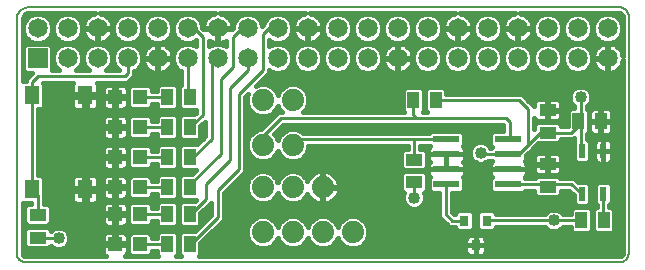
<source format=gtl>
G75*
%MOIN*%
%OFA0B0*%
%FSLAX24Y24*%
%IPPOS*%
%LPD*%
%AMOC8*
5,1,8,0,0,1.08239X$1,22.5*
%
%ADD10C,0.0080*%
%ADD11C,0.0650*%
%ADD12R,0.0650X0.0650*%
%ADD13R,0.0236X0.0472*%
%ADD14R,0.0394X0.0551*%
%ADD15R,0.0551X0.0394*%
%ADD16R,0.0512X0.0610*%
%ADD17R,0.0472X0.0472*%
%ADD18R,0.0870X0.0240*%
%ADD19R,0.0315X0.0354*%
%ADD20C,0.0740*%
%ADD21C,0.0160*%
%ADD22C,0.0100*%
%ADD23C,0.0400*%
D10*
X000900Y000520D02*
X020700Y000520D01*
X020734Y000522D01*
X020767Y000528D01*
X020799Y000537D01*
X020830Y000550D01*
X020860Y000566D01*
X020887Y000585D01*
X020912Y000608D01*
X020935Y000633D01*
X020954Y000660D01*
X020970Y000690D01*
X020983Y000721D01*
X020992Y000753D01*
X020998Y000786D01*
X021000Y000820D01*
X021000Y008720D01*
X020998Y008754D01*
X020992Y008787D01*
X020983Y008819D01*
X020970Y008850D01*
X020954Y008880D01*
X020935Y008907D01*
X020912Y008932D01*
X020887Y008955D01*
X020860Y008974D01*
X020830Y008990D01*
X020799Y009003D01*
X020767Y009012D01*
X020734Y009018D01*
X020700Y009020D01*
X001000Y009020D01*
X000961Y009018D01*
X000922Y009012D01*
X000884Y009003D01*
X000847Y008990D01*
X000811Y008973D01*
X000778Y008953D01*
X000746Y008929D01*
X000717Y008903D01*
X000691Y008874D01*
X000667Y008842D01*
X000647Y008809D01*
X000630Y008773D01*
X000617Y008736D01*
X000608Y008698D01*
X000602Y008659D01*
X000600Y008620D01*
X000600Y000820D01*
X000602Y000786D01*
X000608Y000753D01*
X000617Y000721D01*
X000630Y000690D01*
X000646Y000660D01*
X000665Y000633D01*
X000688Y000608D01*
X000713Y000585D01*
X000740Y000566D01*
X000770Y000550D01*
X000801Y000537D01*
X000833Y000528D01*
X000866Y000522D01*
X000900Y000520D01*
D11*
X002300Y007320D03*
X003300Y007320D03*
X004300Y007320D03*
X005300Y007320D03*
X006300Y007320D03*
X007300Y007320D03*
X008300Y007320D03*
X009300Y007320D03*
X010300Y007320D03*
X011300Y007320D03*
X012300Y007320D03*
X013300Y007320D03*
X014300Y007320D03*
X015300Y007320D03*
X016300Y007320D03*
X017300Y007320D03*
X018300Y007320D03*
X019300Y007320D03*
X020300Y007320D03*
X020300Y008320D03*
X019300Y008320D03*
X018300Y008320D03*
X017300Y008320D03*
X016300Y008320D03*
X015300Y008320D03*
X014300Y008320D03*
X013300Y008320D03*
X012300Y008320D03*
X011300Y008320D03*
X010300Y008320D03*
X009300Y008320D03*
X008300Y008320D03*
X007300Y008320D03*
X006300Y008320D03*
X005300Y008320D03*
X004300Y008320D03*
X003300Y008320D03*
X002300Y008320D03*
X001300Y008320D03*
D12*
X001300Y007320D03*
D13*
X019446Y004229D03*
X020154Y004229D03*
X020154Y002811D03*
X019446Y002811D03*
D14*
X019426Y001920D03*
X020174Y001920D03*
X020074Y005220D03*
X019326Y005220D03*
X014574Y005920D03*
X013826Y005920D03*
X006374Y006020D03*
X005626Y006020D03*
X005626Y005020D03*
X006374Y005020D03*
X006374Y004020D03*
X005626Y004020D03*
X005626Y003020D03*
X006374Y003020D03*
X006374Y002120D03*
X005626Y002120D03*
X005626Y001120D03*
X006374Y001120D03*
D15*
X001300Y001346D03*
X001300Y002094D03*
X013850Y003196D03*
X013850Y003944D03*
X018300Y003794D03*
X018300Y003046D03*
X018300Y004846D03*
X018300Y005594D03*
D16*
X002886Y006085D03*
X001114Y006085D03*
X001114Y002955D03*
X002886Y002955D03*
D17*
X003887Y003020D03*
X004713Y003020D03*
X004713Y002120D03*
X003887Y002120D03*
X003887Y001120D03*
X004713Y001120D03*
X004713Y004020D03*
X003887Y004020D03*
X003887Y005020D03*
X004713Y005020D03*
X004713Y006020D03*
X003887Y006020D03*
D18*
X014930Y004618D03*
X014930Y004118D03*
X014930Y003618D03*
X014930Y003118D03*
X016990Y003118D03*
X016990Y003618D03*
X016990Y004118D03*
X016990Y004618D03*
D19*
X016274Y001914D03*
X015526Y001914D03*
X015900Y001087D03*
D20*
X011800Y001520D03*
X010800Y001520D03*
X009800Y001520D03*
X008800Y001520D03*
X008800Y003020D03*
X009800Y003020D03*
X010800Y003020D03*
X009800Y004420D03*
X008800Y004420D03*
X008800Y005920D03*
X009800Y005920D03*
D21*
X010330Y005909D02*
X013469Y005909D01*
X013469Y005751D02*
X010303Y005751D01*
X010330Y005815D02*
X010330Y006025D01*
X010249Y006220D01*
X010100Y006369D01*
X009905Y006450D01*
X009695Y006450D01*
X009500Y006369D01*
X009351Y006220D01*
X009300Y006098D01*
X009249Y006220D01*
X009100Y006369D01*
X008905Y006450D01*
X008695Y006450D01*
X008579Y006402D01*
X008887Y006710D01*
X009010Y006833D01*
X009010Y006924D01*
X009025Y006909D01*
X009204Y006835D01*
X009396Y006835D01*
X009575Y006909D01*
X009711Y007045D01*
X009785Y007224D01*
X009785Y007416D01*
X009711Y007595D01*
X009575Y007731D01*
X009396Y007805D01*
X009204Y007805D01*
X009025Y007731D01*
X009010Y007716D01*
X009010Y007924D01*
X009025Y007909D01*
X009204Y007835D01*
X009396Y007835D01*
X009575Y007909D01*
X009711Y008045D01*
X009785Y008224D01*
X009785Y008416D01*
X009711Y008595D01*
X009575Y008731D01*
X009396Y008805D01*
X009204Y008805D01*
X009025Y008731D01*
X008889Y008595D01*
X008826Y008443D01*
X008790Y008407D01*
X008785Y008402D01*
X008785Y008416D01*
X008711Y008595D01*
X008575Y008731D01*
X008396Y008805D01*
X008204Y008805D01*
X008025Y008731D01*
X007889Y008595D01*
X007815Y008416D01*
X007815Y008332D01*
X007783Y008300D01*
X007320Y008300D01*
X007320Y008340D01*
X007805Y008340D01*
X007805Y008360D01*
X007793Y008438D01*
X007768Y008514D01*
X007732Y008585D01*
X007685Y008649D01*
X007629Y008705D01*
X007565Y008752D01*
X007494Y008788D01*
X007418Y008813D01*
X007371Y008820D01*
X010229Y008820D01*
X010182Y008813D01*
X010106Y008788D01*
X010035Y008752D01*
X009971Y008705D01*
X009915Y008649D01*
X009868Y008585D01*
X009832Y008514D01*
X009807Y008438D01*
X009795Y008360D01*
X009795Y008340D01*
X010280Y008340D01*
X010280Y008300D01*
X010320Y008300D01*
X010320Y008340D01*
X010805Y008340D01*
X010805Y008360D01*
X010793Y008438D01*
X010768Y008514D01*
X010732Y008585D01*
X010685Y008649D01*
X010629Y008705D01*
X010565Y008752D01*
X010494Y008788D01*
X010418Y008813D01*
X010371Y008820D01*
X015229Y008820D01*
X015182Y008813D01*
X015106Y008788D01*
X015035Y008752D01*
X014971Y008705D01*
X014915Y008649D01*
X014868Y008585D01*
X014832Y008514D01*
X014807Y008438D01*
X014795Y008360D01*
X014795Y008340D01*
X015280Y008340D01*
X015280Y008300D01*
X015320Y008300D01*
X015320Y008340D01*
X015805Y008340D01*
X015805Y008360D01*
X015793Y008438D01*
X015768Y008514D01*
X015732Y008585D01*
X015685Y008649D01*
X015629Y008705D01*
X015565Y008752D01*
X015494Y008788D01*
X015418Y008813D01*
X015371Y008820D01*
X017229Y008820D01*
X017182Y008813D01*
X017106Y008788D01*
X017035Y008752D01*
X016971Y008705D01*
X016915Y008649D01*
X016868Y008585D01*
X016832Y008514D01*
X016807Y008438D01*
X016795Y008360D01*
X016795Y008340D01*
X017280Y008340D01*
X017280Y008300D01*
X017320Y008300D01*
X017320Y008340D01*
X017805Y008340D01*
X017805Y008360D01*
X017793Y008438D01*
X017768Y008514D01*
X017732Y008585D01*
X017685Y008649D01*
X017629Y008705D01*
X017565Y008752D01*
X017494Y008788D01*
X017418Y008813D01*
X017371Y008820D01*
X020700Y008820D01*
X020720Y008818D01*
X020756Y008803D01*
X020783Y008776D01*
X020798Y008740D01*
X020800Y008720D01*
X020800Y007391D01*
X020793Y007438D01*
X020768Y007514D01*
X020732Y007585D01*
X020685Y007649D01*
X020629Y007705D01*
X020565Y007752D01*
X020494Y007788D01*
X020418Y007813D01*
X020340Y007825D01*
X020320Y007825D01*
X020320Y007340D01*
X020280Y007340D01*
X020280Y007825D01*
X020260Y007825D01*
X020182Y007813D01*
X020106Y007788D01*
X020035Y007752D01*
X019971Y007705D01*
X019915Y007649D01*
X019868Y007585D01*
X019832Y007514D01*
X019807Y007438D01*
X019795Y007360D01*
X019795Y007340D01*
X020280Y007340D01*
X020280Y007300D01*
X020320Y007300D01*
X020320Y006815D01*
X020340Y006815D01*
X020418Y006827D01*
X020494Y006852D01*
X020565Y006888D01*
X020629Y006935D01*
X020685Y006991D01*
X020732Y007055D01*
X020768Y007126D01*
X020793Y007202D01*
X020800Y007249D01*
X020800Y000820D01*
X020798Y000800D01*
X020783Y000764D01*
X020756Y000737D01*
X020720Y000722D01*
X020700Y000720D01*
X006673Y000720D01*
X006731Y000778D01*
X006731Y001154D01*
X008416Y001154D01*
X008351Y001220D02*
X008500Y001071D01*
X008695Y000990D01*
X008905Y000990D01*
X009100Y001071D01*
X009249Y001220D01*
X009300Y001342D01*
X009351Y001220D01*
X009500Y001071D01*
X009695Y000990D01*
X009905Y000990D01*
X010100Y001071D01*
X010249Y001220D01*
X010300Y001342D01*
X010351Y001220D01*
X010500Y001071D01*
X010695Y000990D01*
X010905Y000990D01*
X011100Y001071D01*
X011249Y001220D01*
X011300Y001342D01*
X011351Y001220D01*
X011500Y001071D01*
X011695Y000990D01*
X011905Y000990D01*
X012100Y001071D01*
X012249Y001220D01*
X012330Y001415D01*
X012330Y001625D01*
X012249Y001820D01*
X012100Y001969D01*
X011905Y002050D01*
X011695Y002050D01*
X011500Y001969D01*
X011351Y001820D01*
X011300Y001698D01*
X011249Y001820D01*
X011100Y001969D01*
X010905Y002050D01*
X010695Y002050D01*
X010500Y001969D01*
X010351Y001820D01*
X010300Y001698D01*
X010249Y001820D01*
X010100Y001969D01*
X009905Y002050D01*
X009695Y002050D01*
X009500Y001969D01*
X009351Y001820D01*
X009300Y001698D01*
X009249Y001820D01*
X009100Y001969D01*
X008905Y002050D01*
X008695Y002050D01*
X008500Y001969D01*
X008351Y001820D01*
X008270Y001625D01*
X008270Y001415D01*
X008351Y001220D01*
X008312Y001313D02*
X006889Y001313D01*
X007048Y001471D02*
X008270Y001471D01*
X008272Y001630D02*
X007206Y001630D01*
X007365Y001788D02*
X008337Y001788D01*
X008477Y001947D02*
X007510Y001947D01*
X007510Y001933D02*
X007510Y002833D01*
X008087Y003410D01*
X008210Y003533D01*
X008210Y006033D01*
X008318Y006141D01*
X008270Y006025D01*
X008270Y005815D01*
X008351Y005620D01*
X008500Y005471D01*
X008695Y005390D01*
X008905Y005390D01*
X009100Y005471D01*
X009249Y005620D01*
X009300Y005742D01*
X009351Y005620D01*
X009440Y005530D01*
X009313Y005530D01*
X009190Y005407D01*
X008733Y004950D01*
X008695Y004950D01*
X008500Y004869D01*
X008351Y004720D01*
X008270Y004525D01*
X008270Y004315D01*
X008351Y004120D01*
X008500Y003971D01*
X008695Y003890D01*
X008905Y003890D01*
X009100Y003971D01*
X009249Y004120D01*
X009300Y004242D01*
X009351Y004120D01*
X009500Y003971D01*
X009695Y003890D01*
X009905Y003890D01*
X010100Y003971D01*
X010249Y004120D01*
X010330Y004315D01*
X010330Y004410D01*
X013640Y004410D01*
X013640Y004301D01*
X013508Y004301D01*
X013414Y004207D01*
X013414Y003681D01*
X013508Y003587D01*
X014192Y003587D01*
X014286Y003681D01*
X014286Y004207D01*
X014192Y004301D01*
X014060Y004301D01*
X014060Y004409D01*
X014357Y004409D01*
X014385Y004382D01*
X014384Y004382D01*
X014351Y004348D01*
X014327Y004307D01*
X014315Y004261D01*
X014315Y004118D01*
X014930Y004118D01*
X014930Y004117D01*
X014930Y003618D01*
X014930Y003818D01*
X014930Y004117D01*
X014930Y004117D01*
X014315Y004117D01*
X014315Y003974D01*
X014327Y003928D01*
X014351Y003887D01*
X014370Y003867D01*
X014351Y003848D01*
X014327Y003807D01*
X014315Y003761D01*
X014315Y003618D01*
X014930Y003618D01*
X014930Y003618D01*
X014930Y003617D01*
X014315Y003617D01*
X014315Y003474D01*
X014327Y003428D01*
X014351Y003387D01*
X014384Y003353D01*
X014385Y003353D01*
X014335Y003304D01*
X014335Y002931D01*
X014429Y002838D01*
X014690Y002838D01*
X014690Y002033D01*
X014813Y001910D01*
X015019Y001704D01*
X015209Y001704D01*
X015209Y001670D01*
X015302Y001577D01*
X015750Y001577D01*
X015843Y001670D01*
X015843Y002157D01*
X015750Y002251D01*
X015302Y002251D01*
X015209Y002157D01*
X015209Y002124D01*
X015193Y002124D01*
X015110Y002207D01*
X015110Y002838D01*
X015431Y002838D01*
X015525Y002931D01*
X015525Y003304D01*
X015475Y003353D01*
X015476Y003353D01*
X015509Y003387D01*
X015533Y003428D01*
X015545Y003474D01*
X015545Y003617D01*
X014930Y003617D01*
X014930Y003618D01*
X015545Y003618D01*
X015545Y003761D01*
X015533Y003807D01*
X015509Y003848D01*
X015490Y003868D01*
X015509Y003887D01*
X015533Y003928D01*
X015545Y003974D01*
X015545Y004117D01*
X014930Y004117D01*
X014930Y004118D01*
X015545Y004118D01*
X015545Y004261D01*
X015533Y004307D01*
X015509Y004348D01*
X015476Y004382D01*
X015475Y004382D01*
X015525Y004431D01*
X015525Y004804D01*
X015431Y004897D01*
X014429Y004897D01*
X014360Y004829D01*
X013887Y004830D01*
X013800Y004830D01*
X013713Y004830D01*
X010140Y004830D01*
X010100Y004869D01*
X009905Y004950D01*
X009695Y004950D01*
X009500Y004869D01*
X009351Y004720D01*
X009300Y004598D01*
X009249Y004720D01*
X009173Y004796D01*
X009487Y005110D01*
X016813Y005110D01*
X016828Y005096D01*
X016828Y004897D01*
X016489Y004897D01*
X016395Y004804D01*
X016395Y004431D01*
X016459Y004367D01*
X016419Y004327D01*
X016394Y004327D01*
X016373Y004379D01*
X016271Y004480D01*
X016139Y004535D01*
X015996Y004535D01*
X015864Y004480D01*
X015762Y004379D01*
X015708Y004247D01*
X015708Y004103D01*
X015762Y003971D01*
X015864Y003870D01*
X015996Y003815D01*
X016139Y003815D01*
X016271Y003870D01*
X016309Y003908D01*
X016419Y003908D01*
X016445Y003882D01*
X016444Y003882D01*
X016411Y003848D01*
X016387Y003807D01*
X016375Y003761D01*
X016375Y003618D01*
X016990Y003618D01*
X017605Y003618D01*
X017605Y003761D01*
X017593Y003807D01*
X017569Y003848D01*
X017536Y003882D01*
X017535Y003882D01*
X017585Y003931D01*
X017585Y004083D01*
X017737Y004235D01*
X017991Y004489D01*
X018642Y004489D01*
X018736Y004583D01*
X018736Y004636D01*
X019167Y004636D01*
X019190Y004659D01*
X019190Y004553D01*
X019168Y004531D01*
X019168Y003926D01*
X019261Y003832D01*
X019630Y003832D01*
X019724Y003926D01*
X019724Y004531D01*
X019630Y004625D01*
X019610Y004625D01*
X019610Y004805D01*
X019683Y004878D01*
X019683Y005562D01*
X019610Y005635D01*
X019610Y005721D01*
X019705Y005816D01*
X019760Y005948D01*
X019760Y006092D01*
X019705Y006224D01*
X019604Y006325D01*
X019472Y006380D01*
X019328Y006380D01*
X019196Y006325D01*
X019095Y006224D01*
X019040Y006092D01*
X019040Y005948D01*
X019095Y005816D01*
X019190Y005721D01*
X019190Y005656D01*
X019063Y005656D01*
X018969Y005562D01*
X018969Y005056D01*
X018736Y005056D01*
X018736Y005109D01*
X018642Y005203D01*
X017958Y005203D01*
X017864Y005109D01*
X017864Y004956D01*
X017860Y004952D01*
X017860Y005322D01*
X017880Y005287D01*
X017914Y005253D01*
X017955Y005229D01*
X018001Y005217D01*
X018282Y005217D01*
X018282Y005576D01*
X018318Y005576D01*
X018318Y005612D01*
X018282Y005612D01*
X018282Y005971D01*
X018001Y005971D01*
X017955Y005959D01*
X017914Y005935D01*
X017880Y005901D01*
X017857Y005860D01*
X017844Y005815D01*
X017844Y005723D01*
X017737Y005830D01*
X017437Y006130D01*
X014931Y006130D01*
X014931Y006262D01*
X014837Y006356D01*
X014311Y006356D01*
X014217Y006262D01*
X014217Y005578D01*
X014265Y005530D01*
X014135Y005530D01*
X014183Y005578D01*
X014183Y006262D01*
X014089Y006356D01*
X013563Y006356D01*
X013469Y006262D01*
X013469Y005578D01*
X013517Y005530D01*
X010160Y005530D01*
X010249Y005620D01*
X010330Y005815D01*
X010313Y006068D02*
X013469Y006068D01*
X013469Y006226D02*
X010244Y006226D01*
X010064Y006385D02*
X020800Y006385D01*
X020800Y006226D02*
X019703Y006226D01*
X019760Y006068D02*
X020800Y006068D01*
X020800Y005909D02*
X019744Y005909D01*
X019640Y005751D02*
X020800Y005751D01*
X020800Y005592D02*
X020423Y005592D01*
X020415Y005606D02*
X020381Y005640D01*
X020340Y005663D01*
X020295Y005676D01*
X020092Y005676D01*
X020092Y005238D01*
X020056Y005238D01*
X020056Y005202D01*
X019697Y005202D01*
X019697Y004921D01*
X019709Y004875D01*
X019733Y004834D01*
X019767Y004800D01*
X019808Y004777D01*
X019853Y004764D01*
X020056Y004764D01*
X020056Y005202D01*
X020092Y005202D01*
X020092Y004764D01*
X020295Y004764D01*
X020340Y004777D01*
X020381Y004800D01*
X020415Y004834D01*
X020439Y004875D01*
X020451Y004921D01*
X020451Y005202D01*
X020092Y005202D01*
X020092Y005238D01*
X020451Y005238D01*
X020451Y005519D01*
X020439Y005565D01*
X020415Y005606D01*
X020451Y005434D02*
X020800Y005434D01*
X020800Y005275D02*
X020451Y005275D01*
X020451Y005117D02*
X020800Y005117D01*
X020800Y004958D02*
X020451Y004958D01*
X020380Y004800D02*
X020800Y004800D01*
X020800Y004641D02*
X020311Y004641D01*
X020296Y004645D02*
X020154Y004645D01*
X020013Y004645D01*
X019967Y004633D01*
X019926Y004609D01*
X019892Y004575D01*
X019868Y004534D01*
X019856Y004489D01*
X019856Y004229D01*
X020154Y004229D01*
X020154Y004645D01*
X020154Y004229D01*
X020154Y004229D01*
X020154Y004229D01*
X019856Y004229D01*
X019856Y003969D01*
X019868Y003923D01*
X019892Y003882D01*
X019926Y003848D01*
X019967Y003825D01*
X020013Y003812D01*
X020154Y003812D01*
X020154Y004229D01*
X020452Y004229D01*
X020452Y004489D01*
X020440Y004534D01*
X020416Y004575D01*
X020383Y004609D01*
X020342Y004633D01*
X020296Y004645D01*
X020154Y004641D02*
X020154Y004641D01*
X019998Y004641D02*
X019610Y004641D01*
X019724Y004483D02*
X019856Y004483D01*
X019856Y004324D02*
X019724Y004324D01*
X019724Y004166D02*
X019856Y004166D01*
X019856Y004007D02*
X019724Y004007D01*
X019646Y003849D02*
X019926Y003849D01*
X020154Y003849D02*
X020154Y003849D01*
X020154Y003812D02*
X020296Y003812D01*
X020342Y003825D01*
X020383Y003848D01*
X020416Y003882D01*
X020440Y003923D01*
X020452Y003969D01*
X020452Y004229D01*
X020154Y004229D01*
X020154Y004229D01*
X020154Y004229D01*
X020154Y003812D01*
X020383Y003849D02*
X020800Y003849D01*
X020800Y003690D02*
X018756Y003690D01*
X018756Y003776D02*
X018318Y003776D01*
X018318Y003812D01*
X018282Y003812D01*
X018282Y003776D01*
X018318Y003776D01*
X018318Y003417D01*
X018599Y003417D01*
X018645Y003429D01*
X018686Y003453D01*
X018720Y003487D01*
X018743Y003528D01*
X018756Y003573D01*
X018756Y003776D01*
X018756Y003812D02*
X018756Y004015D01*
X018743Y004060D01*
X018720Y004101D01*
X018686Y004135D01*
X018645Y004159D01*
X018599Y004171D01*
X018318Y004171D01*
X018318Y003812D01*
X018756Y003812D01*
X018756Y003849D02*
X019245Y003849D01*
X019168Y004007D02*
X018756Y004007D01*
X018619Y004166D02*
X019168Y004166D01*
X019168Y004324D02*
X017826Y004324D01*
X017737Y004235D02*
X017737Y004235D01*
X017667Y004166D02*
X017981Y004166D01*
X018001Y004171D02*
X017955Y004159D01*
X017914Y004135D01*
X017880Y004101D01*
X017857Y004060D01*
X017844Y004015D01*
X017844Y003812D01*
X018282Y003812D01*
X018282Y004171D01*
X018001Y004171D01*
X017844Y004007D02*
X017585Y004007D01*
X017569Y003849D02*
X017844Y003849D01*
X017844Y003776D02*
X017844Y003573D01*
X017857Y003528D01*
X017880Y003487D01*
X017914Y003453D01*
X017955Y003429D01*
X018001Y003417D01*
X018282Y003417D01*
X018282Y003776D01*
X017844Y003776D01*
X017844Y003690D02*
X017605Y003690D01*
X017605Y003617D02*
X016990Y003617D01*
X016990Y003618D01*
X016990Y003617D01*
X016375Y003617D01*
X016375Y003474D01*
X016387Y003428D01*
X016411Y003387D01*
X016444Y003353D01*
X016445Y003353D01*
X016395Y003304D01*
X016395Y002931D01*
X016489Y002838D01*
X017491Y002838D01*
X017561Y002907D01*
X017864Y002907D01*
X017864Y002783D01*
X017958Y002689D01*
X018642Y002689D01*
X018736Y002783D01*
X018736Y002907D01*
X019015Y002907D01*
X019168Y002775D01*
X019168Y002509D01*
X019261Y002415D01*
X019630Y002415D01*
X019724Y002509D01*
X019724Y003114D01*
X019630Y003208D01*
X019310Y003208D01*
X019237Y003271D01*
X019181Y003327D01*
X019172Y003327D01*
X019166Y003333D01*
X019086Y003327D01*
X018717Y003327D01*
X018642Y003403D01*
X017958Y003403D01*
X017883Y003327D01*
X017562Y003327D01*
X017535Y003353D01*
X017536Y003353D01*
X017569Y003387D01*
X017593Y003428D01*
X017605Y003474D01*
X017605Y003617D01*
X017605Y003532D02*
X017856Y003532D01*
X017928Y003373D02*
X017555Y003373D01*
X018282Y003532D02*
X018318Y003532D01*
X018318Y003690D02*
X018282Y003690D01*
X018282Y003849D02*
X018318Y003849D01*
X018318Y004007D02*
X018282Y004007D01*
X018282Y004166D02*
X018318Y004166D01*
X017984Y004483D02*
X019168Y004483D01*
X019172Y004641D02*
X019190Y004641D01*
X019610Y004800D02*
X019768Y004800D01*
X020056Y004800D02*
X020092Y004800D01*
X020092Y004958D02*
X020056Y004958D01*
X020056Y005117D02*
X020092Y005117D01*
X020056Y005238D02*
X019697Y005238D01*
X019697Y005519D01*
X019709Y005565D01*
X019733Y005606D01*
X019767Y005640D01*
X019808Y005663D01*
X019853Y005676D01*
X020056Y005676D01*
X020056Y005238D01*
X020056Y005275D02*
X020092Y005275D01*
X020092Y005434D02*
X020056Y005434D01*
X020056Y005592D02*
X020092Y005592D01*
X019725Y005592D02*
X019653Y005592D01*
X019683Y005434D02*
X019697Y005434D01*
X019683Y005275D02*
X019697Y005275D01*
X019683Y005117D02*
X019697Y005117D01*
X019683Y004958D02*
X019697Y004958D01*
X018969Y005117D02*
X018728Y005117D01*
X018645Y005229D02*
X018599Y005217D01*
X018318Y005217D01*
X018318Y005576D01*
X018756Y005576D01*
X018756Y005373D01*
X018743Y005328D01*
X018720Y005287D01*
X018686Y005253D01*
X018645Y005229D01*
X018708Y005275D02*
X018969Y005275D01*
X018969Y005434D02*
X018756Y005434D01*
X018756Y005612D02*
X018756Y005815D01*
X018743Y005860D01*
X018720Y005901D01*
X018686Y005935D01*
X018645Y005959D01*
X018599Y005971D01*
X018318Y005971D01*
X018318Y005612D01*
X018756Y005612D01*
X018999Y005592D02*
X018318Y005592D01*
X018318Y005434D02*
X018282Y005434D01*
X018282Y005275D02*
X018318Y005275D01*
X017892Y005275D02*
X017860Y005275D01*
X017860Y005117D02*
X017872Y005117D01*
X017860Y004958D02*
X017864Y004958D01*
X016828Y004958D02*
X009335Y004958D01*
X009430Y004800D02*
X009176Y004800D01*
X009282Y004641D02*
X009318Y004641D01*
X008741Y004958D02*
X008210Y004958D01*
X008210Y005117D02*
X008900Y005117D01*
X009058Y005275D02*
X008210Y005275D01*
X008210Y005434D02*
X008590Y005434D01*
X008378Y005592D02*
X008210Y005592D01*
X008210Y005751D02*
X008297Y005751D01*
X008270Y005909D02*
X008210Y005909D01*
X008244Y006068D02*
X008287Y006068D01*
X009064Y006385D02*
X009536Y006385D01*
X009356Y006226D02*
X009244Y006226D01*
X008720Y006543D02*
X020800Y006543D01*
X020800Y006702D02*
X008878Y006702D01*
X009010Y006860D02*
X009143Y006860D01*
X009457Y006860D02*
X010143Y006860D01*
X010204Y006835D02*
X010025Y006909D01*
X009889Y007045D01*
X009815Y007224D01*
X009815Y007416D01*
X009889Y007595D01*
X010025Y007731D01*
X010204Y007805D01*
X010396Y007805D01*
X010575Y007731D01*
X010711Y007595D01*
X010785Y007416D01*
X010785Y007224D01*
X010711Y007045D01*
X010575Y006909D01*
X010396Y006835D01*
X010204Y006835D01*
X010457Y006860D02*
X011143Y006860D01*
X011204Y006835D02*
X011396Y006835D01*
X011575Y006909D01*
X011711Y007045D01*
X011785Y007224D01*
X011785Y007416D01*
X011711Y007595D01*
X011575Y007731D01*
X011396Y007805D01*
X011204Y007805D01*
X011025Y007731D01*
X010889Y007595D01*
X010815Y007416D01*
X010815Y007224D01*
X010889Y007045D01*
X011025Y006909D01*
X011204Y006835D01*
X011457Y006860D02*
X012143Y006860D01*
X012204Y006835D02*
X012396Y006835D01*
X012575Y006909D01*
X012711Y007045D01*
X012785Y007224D01*
X012785Y007416D01*
X012711Y007595D01*
X012575Y007731D01*
X012396Y007805D01*
X012204Y007805D01*
X012025Y007731D01*
X011889Y007595D01*
X011815Y007416D01*
X011815Y007224D01*
X011889Y007045D01*
X012025Y006909D01*
X012204Y006835D01*
X012457Y006860D02*
X013090Y006860D01*
X013106Y006852D02*
X013182Y006827D01*
X013260Y006815D01*
X013280Y006815D01*
X013280Y007300D01*
X013320Y007300D01*
X013320Y007340D01*
X013805Y007340D01*
X013805Y007360D01*
X013793Y007438D01*
X013768Y007514D01*
X013732Y007585D01*
X013685Y007649D01*
X013629Y007705D01*
X013565Y007752D01*
X013494Y007788D01*
X013418Y007813D01*
X013340Y007825D01*
X013320Y007825D01*
X013320Y007340D01*
X013280Y007340D01*
X013280Y007825D01*
X013260Y007825D01*
X013182Y007813D01*
X013106Y007788D01*
X013035Y007752D01*
X012971Y007705D01*
X012915Y007649D01*
X012868Y007585D01*
X012832Y007514D01*
X012807Y007438D01*
X012795Y007360D01*
X012795Y007340D01*
X013280Y007340D01*
X013280Y007300D01*
X012795Y007300D01*
X012795Y007280D01*
X012807Y007202D01*
X012832Y007126D01*
X012868Y007055D01*
X012915Y006991D01*
X012971Y006935D01*
X013035Y006888D01*
X013106Y006852D01*
X013280Y006860D02*
X013320Y006860D01*
X013320Y006815D02*
X013340Y006815D01*
X013418Y006827D01*
X013494Y006852D01*
X013565Y006888D01*
X013629Y006935D01*
X013685Y006991D01*
X013732Y007055D01*
X013768Y007126D01*
X013793Y007202D01*
X013805Y007280D01*
X013805Y007300D01*
X013320Y007300D01*
X013320Y006815D01*
X013510Y006860D02*
X014143Y006860D01*
X014204Y006835D02*
X014025Y006909D01*
X013889Y007045D01*
X013815Y007224D01*
X013815Y007416D01*
X013889Y007595D01*
X014025Y007731D01*
X014204Y007805D01*
X014396Y007805D01*
X014575Y007731D01*
X014711Y007595D01*
X014785Y007416D01*
X014785Y007224D01*
X014711Y007045D01*
X014575Y006909D01*
X014396Y006835D01*
X014204Y006835D01*
X014457Y006860D02*
X015143Y006860D01*
X015204Y006835D02*
X015396Y006835D01*
X015575Y006909D01*
X015711Y007045D01*
X015785Y007224D01*
X015785Y007416D01*
X015711Y007595D01*
X015575Y007731D01*
X015396Y007805D01*
X015204Y007805D01*
X015025Y007731D01*
X014889Y007595D01*
X014815Y007416D01*
X014815Y007224D01*
X014889Y007045D01*
X015025Y006909D01*
X015204Y006835D01*
X015457Y006860D02*
X016143Y006860D01*
X016204Y006835D02*
X016396Y006835D01*
X016575Y006909D01*
X016711Y007045D01*
X016785Y007224D01*
X016785Y007416D01*
X016711Y007595D01*
X016575Y007731D01*
X016396Y007805D01*
X016204Y007805D01*
X016025Y007731D01*
X015889Y007595D01*
X015815Y007416D01*
X015815Y007224D01*
X015889Y007045D01*
X016025Y006909D01*
X016204Y006835D01*
X016457Y006860D02*
X017143Y006860D01*
X017204Y006835D02*
X017025Y006909D01*
X016889Y007045D01*
X016815Y007224D01*
X016815Y007416D01*
X016889Y007595D01*
X017025Y007731D01*
X017204Y007805D01*
X017396Y007805D01*
X017575Y007731D01*
X017711Y007595D01*
X017785Y007416D01*
X017785Y007224D01*
X017711Y007045D01*
X017575Y006909D01*
X017396Y006835D01*
X017204Y006835D01*
X017457Y006860D02*
X018143Y006860D01*
X018204Y006835D02*
X018396Y006835D01*
X018575Y006909D01*
X018711Y007045D01*
X018785Y007224D01*
X018785Y007416D01*
X018711Y007595D01*
X018575Y007731D01*
X018396Y007805D01*
X018204Y007805D01*
X018025Y007731D01*
X017889Y007595D01*
X017815Y007416D01*
X017815Y007224D01*
X017889Y007045D01*
X018025Y006909D01*
X018204Y006835D01*
X018457Y006860D02*
X019143Y006860D01*
X019204Y006835D02*
X019396Y006835D01*
X019575Y006909D01*
X019711Y007045D01*
X019785Y007224D01*
X019785Y007416D01*
X019711Y007595D01*
X019575Y007731D01*
X019396Y007805D01*
X019204Y007805D01*
X019025Y007731D01*
X018889Y007595D01*
X018815Y007416D01*
X018815Y007224D01*
X018889Y007045D01*
X019025Y006909D01*
X019204Y006835D01*
X019457Y006860D02*
X020090Y006860D01*
X020106Y006852D02*
X020182Y006827D01*
X020260Y006815D01*
X020280Y006815D01*
X020280Y007300D01*
X019795Y007300D01*
X019795Y007280D01*
X019807Y007202D01*
X019832Y007126D01*
X019868Y007055D01*
X019915Y006991D01*
X019971Y006935D01*
X020035Y006888D01*
X020106Y006852D01*
X020280Y006860D02*
X020320Y006860D01*
X020510Y006860D02*
X020800Y006860D01*
X020800Y007019D02*
X020705Y007019D01*
X020785Y007177D02*
X020800Y007177D01*
X020800Y007494D02*
X020774Y007494D01*
X020800Y007653D02*
X020682Y007653D01*
X020800Y007811D02*
X020423Y007811D01*
X020396Y007835D02*
X020575Y007909D01*
X020711Y008045D01*
X020785Y008224D01*
X020785Y008416D01*
X020711Y008595D01*
X020575Y008731D01*
X020396Y008805D01*
X020204Y008805D01*
X020025Y008731D01*
X019889Y008595D01*
X019815Y008416D01*
X019815Y008224D01*
X019889Y008045D01*
X020025Y007909D01*
X020204Y007835D01*
X020396Y007835D01*
X020320Y007811D02*
X020280Y007811D01*
X020177Y007811D02*
X013423Y007811D01*
X013396Y007835D02*
X013575Y007909D01*
X013711Y008045D01*
X013785Y008224D01*
X013785Y008416D01*
X013711Y008595D01*
X013575Y008731D01*
X013396Y008805D01*
X013204Y008805D01*
X013025Y008731D01*
X012889Y008595D01*
X012815Y008416D01*
X012815Y008224D01*
X012889Y008045D01*
X013025Y007909D01*
X013204Y007835D01*
X013396Y007835D01*
X013320Y007811D02*
X013280Y007811D01*
X013177Y007811D02*
X009010Y007811D01*
X009635Y007970D02*
X009936Y007970D01*
X009915Y007991D02*
X009971Y007935D01*
X010035Y007888D01*
X010106Y007852D01*
X010182Y007827D01*
X010260Y007815D01*
X010280Y007815D01*
X010280Y008300D01*
X009795Y008300D01*
X009795Y008280D01*
X009807Y008202D01*
X009832Y008126D01*
X009868Y008055D01*
X009915Y007991D01*
X009831Y008128D02*
X009745Y008128D01*
X009785Y008287D02*
X009795Y008287D01*
X009810Y008445D02*
X009773Y008445D01*
X009702Y008604D02*
X009882Y008604D01*
X010055Y008762D02*
X009500Y008762D01*
X009100Y008762D02*
X008500Y008762D01*
X008702Y008604D02*
X008898Y008604D01*
X008827Y008445D02*
X008773Y008445D01*
X008100Y008762D02*
X007545Y008762D01*
X007229Y008820D02*
X007182Y008813D01*
X007106Y008788D01*
X007035Y008752D01*
X006971Y008705D01*
X006915Y008649D01*
X006868Y008585D01*
X006832Y008514D01*
X006807Y008438D01*
X006795Y008360D01*
X006795Y008340D01*
X007280Y008340D01*
X007280Y008300D01*
X007320Y008300D01*
X007320Y007815D01*
X007340Y007815D01*
X007418Y007827D01*
X007494Y007852D01*
X007565Y007888D01*
X007590Y007906D01*
X007590Y007716D01*
X007575Y007731D01*
X007396Y007805D01*
X007204Y007805D01*
X007025Y007731D01*
X007010Y007716D01*
X007010Y007906D01*
X007035Y007888D01*
X007106Y007852D01*
X007182Y007827D01*
X007260Y007815D01*
X007280Y007815D01*
X007280Y008300D01*
X006817Y008300D01*
X006785Y008332D01*
X006785Y008416D01*
X006711Y008595D01*
X006575Y008731D01*
X006396Y008805D01*
X006204Y008805D01*
X006025Y008731D01*
X005889Y008595D01*
X005815Y008416D01*
X005815Y008224D01*
X005889Y008045D01*
X006025Y007909D01*
X006204Y007835D01*
X006396Y007835D01*
X006575Y007909D01*
X006590Y007924D01*
X006590Y007716D01*
X006575Y007731D01*
X006396Y007805D01*
X006204Y007805D01*
X006025Y007731D01*
X005889Y007595D01*
X005815Y007416D01*
X005815Y007224D01*
X005889Y007045D01*
X006025Y006909D01*
X006090Y006882D01*
X006090Y006435D01*
X006017Y006362D01*
X006017Y005678D01*
X006111Y005584D01*
X006590Y005584D01*
X006590Y005511D01*
X006531Y005456D01*
X006111Y005456D01*
X006017Y005362D01*
X006017Y004678D01*
X006111Y004584D01*
X006637Y004584D01*
X006731Y004678D01*
X006731Y005067D01*
X006883Y005210D01*
X006887Y005210D01*
X006890Y005213D01*
X006890Y004732D01*
X006614Y004456D01*
X006111Y004456D01*
X006017Y004362D01*
X006017Y003678D01*
X006111Y003584D01*
X006567Y003584D01*
X006439Y003456D01*
X006111Y003456D01*
X006017Y003362D01*
X006017Y002678D01*
X006111Y002584D01*
X006567Y002584D01*
X006539Y002556D01*
X006111Y002556D01*
X006017Y002462D01*
X006017Y001778D01*
X006111Y001684D01*
X006637Y001684D01*
X006731Y001778D01*
X006731Y002154D01*
X006987Y002410D01*
X007090Y002513D01*
X007090Y002107D01*
X006539Y001556D01*
X006111Y001556D01*
X006017Y001462D01*
X006017Y000778D01*
X006075Y000720D01*
X005925Y000720D01*
X005983Y000778D01*
X005983Y001462D01*
X005889Y001556D01*
X005363Y001556D01*
X005269Y001462D01*
X005269Y001330D01*
X005110Y001330D01*
X005110Y001422D01*
X005016Y001516D01*
X004411Y001516D01*
X004317Y001422D01*
X004317Y000818D01*
X004411Y000724D01*
X005016Y000724D01*
X005110Y000818D01*
X005110Y000910D01*
X005269Y000910D01*
X005269Y000778D01*
X005327Y000720D01*
X004199Y000720D01*
X004233Y000740D01*
X004267Y000773D01*
X004291Y000814D01*
X004303Y000860D01*
X004303Y001082D01*
X003925Y001082D01*
X003925Y001158D01*
X004303Y001158D01*
X004303Y001380D01*
X004291Y001426D01*
X004267Y001467D01*
X004233Y001500D01*
X004192Y001524D01*
X004147Y001536D01*
X003925Y001536D01*
X003925Y001158D01*
X003849Y001158D01*
X003849Y001536D01*
X003627Y001536D01*
X003581Y001524D01*
X003540Y001500D01*
X003506Y001467D01*
X003483Y001426D01*
X003470Y001380D01*
X003470Y001158D01*
X003848Y001158D01*
X003848Y001082D01*
X003470Y001082D01*
X003470Y000860D01*
X003483Y000814D01*
X003506Y000773D01*
X003540Y000740D01*
X003574Y000720D01*
X000900Y000720D01*
X000880Y000722D01*
X000844Y000737D01*
X000817Y000764D01*
X000802Y000800D01*
X000800Y000820D01*
X000800Y002490D01*
X001090Y002490D01*
X001090Y002451D01*
X000958Y002451D01*
X000864Y002357D01*
X000864Y001831D01*
X000958Y001737D01*
X001642Y001737D01*
X001736Y001831D01*
X001736Y002357D01*
X001642Y002451D01*
X001510Y002451D01*
X001510Y002564D01*
X001530Y002584D01*
X001530Y003326D01*
X001436Y003420D01*
X001324Y003420D01*
X001324Y005620D01*
X001436Y005620D01*
X001530Y005714D01*
X001530Y006456D01*
X001476Y006510D01*
X002495Y006510D01*
X002486Y006501D01*
X002462Y006460D01*
X002450Y006414D01*
X002450Y006133D01*
X002838Y006133D01*
X002838Y006037D01*
X002934Y006037D01*
X002934Y006133D01*
X003322Y006133D01*
X003322Y006414D01*
X003309Y006460D01*
X003286Y006501D01*
X003276Y006510D01*
X004287Y006510D01*
X004387Y006610D01*
X004510Y006733D01*
X004510Y006882D01*
X004575Y006909D01*
X004711Y007045D01*
X004785Y007224D01*
X004785Y007416D01*
X004711Y007595D01*
X004575Y007731D01*
X004396Y007805D01*
X004204Y007805D01*
X004025Y007731D01*
X003889Y007595D01*
X003815Y007416D01*
X003815Y007224D01*
X003889Y007045D01*
X004004Y006930D01*
X003596Y006930D01*
X003711Y007045D01*
X003785Y007224D01*
X003785Y007416D01*
X003711Y007595D01*
X003575Y007731D01*
X003396Y007805D01*
X003204Y007805D01*
X003025Y007731D01*
X002889Y007595D01*
X002815Y007416D01*
X002815Y007224D01*
X002889Y007045D01*
X003004Y006930D01*
X002596Y006930D01*
X002711Y007045D01*
X002785Y007224D01*
X002785Y007416D01*
X002711Y007595D01*
X002575Y007731D01*
X002396Y007805D01*
X002204Y007805D01*
X002025Y007731D01*
X001889Y007595D01*
X001815Y007416D01*
X001815Y007224D01*
X001889Y007045D01*
X002004Y006930D01*
X001785Y006930D01*
X001785Y007711D01*
X001691Y007805D01*
X000909Y007805D01*
X000815Y007711D01*
X000815Y006929D01*
X000909Y006835D01*
X001118Y006835D01*
X001090Y006807D01*
X001027Y006744D01*
X000904Y006621D01*
X000904Y006550D01*
X000800Y006550D01*
X000800Y008620D01*
X000804Y008659D01*
X000834Y008731D01*
X000889Y008786D01*
X000961Y008816D01*
X001000Y008820D01*
X003229Y008820D01*
X003182Y008813D01*
X003106Y008788D01*
X003035Y008752D01*
X002971Y008705D01*
X002915Y008649D01*
X002868Y008585D01*
X002832Y008514D01*
X002807Y008438D01*
X002795Y008360D01*
X002795Y008340D01*
X003280Y008340D01*
X003280Y008300D01*
X003320Y008300D01*
X003320Y008340D01*
X003805Y008340D01*
X003805Y008360D01*
X003793Y008438D01*
X003768Y008514D01*
X003732Y008585D01*
X003685Y008649D01*
X003629Y008705D01*
X003565Y008752D01*
X003494Y008788D01*
X003418Y008813D01*
X003371Y008820D01*
X007229Y008820D01*
X007055Y008762D02*
X006500Y008762D01*
X006702Y008604D02*
X006882Y008604D01*
X006810Y008445D02*
X006773Y008445D01*
X007280Y008287D02*
X007320Y008287D01*
X007320Y008128D02*
X007280Y008128D01*
X007280Y007970D02*
X007320Y007970D01*
X007590Y007811D02*
X007010Y007811D01*
X006590Y007811D02*
X005423Y007811D01*
X005418Y007813D02*
X005340Y007825D01*
X005320Y007825D01*
X005320Y007340D01*
X005805Y007340D01*
X005805Y007360D01*
X005793Y007438D01*
X005768Y007514D01*
X005732Y007585D01*
X005685Y007649D01*
X005629Y007705D01*
X005565Y007752D01*
X005494Y007788D01*
X005418Y007813D01*
X005396Y007835D02*
X005575Y007909D01*
X005711Y008045D01*
X005785Y008224D01*
X005785Y008416D01*
X005711Y008595D01*
X005575Y008731D01*
X005396Y008805D01*
X005204Y008805D01*
X005025Y008731D01*
X004889Y008595D01*
X004815Y008416D01*
X004815Y008224D01*
X004889Y008045D01*
X005025Y007909D01*
X005204Y007835D01*
X005396Y007835D01*
X005320Y007811D02*
X005280Y007811D01*
X005280Y007825D02*
X005260Y007825D01*
X005182Y007813D01*
X005106Y007788D01*
X005035Y007752D01*
X004971Y007705D01*
X004915Y007649D01*
X004868Y007585D01*
X004832Y007514D01*
X004807Y007438D01*
X004795Y007360D01*
X004795Y007340D01*
X005280Y007340D01*
X005280Y007825D01*
X005177Y007811D02*
X000800Y007811D01*
X001025Y007909D02*
X001204Y007835D01*
X001396Y007835D01*
X001575Y007909D01*
X001711Y008045D01*
X001785Y008224D01*
X001785Y008416D01*
X001711Y008595D01*
X001575Y008731D01*
X001396Y008805D01*
X001204Y008805D01*
X001025Y008731D01*
X000889Y008595D01*
X000815Y008416D01*
X000815Y008224D01*
X000889Y008045D01*
X001025Y007909D01*
X000965Y007970D02*
X000800Y007970D01*
X000800Y008128D02*
X000855Y008128D01*
X000815Y008287D02*
X000800Y008287D01*
X000800Y008445D02*
X000827Y008445D01*
X000800Y008604D02*
X000898Y008604D01*
X000865Y008762D02*
X001100Y008762D01*
X001500Y008762D02*
X002100Y008762D01*
X002025Y008731D02*
X001889Y008595D01*
X001815Y008416D01*
X001815Y008224D01*
X001889Y008045D01*
X002025Y007909D01*
X002204Y007835D01*
X002396Y007835D01*
X002575Y007909D01*
X002711Y008045D01*
X002785Y008224D01*
X002785Y008416D01*
X002711Y008595D01*
X002575Y008731D01*
X002396Y008805D01*
X002204Y008805D01*
X002025Y008731D01*
X001898Y008604D02*
X001702Y008604D01*
X001773Y008445D02*
X001827Y008445D01*
X001815Y008287D02*
X001785Y008287D01*
X001745Y008128D02*
X001855Y008128D01*
X001965Y007970D02*
X001635Y007970D01*
X001785Y007653D02*
X001947Y007653D01*
X001847Y007494D02*
X001785Y007494D01*
X001785Y007336D02*
X001815Y007336D01*
X001834Y007177D02*
X001785Y007177D01*
X001785Y007019D02*
X001916Y007019D01*
X002684Y007019D02*
X002916Y007019D01*
X002834Y007177D02*
X002766Y007177D01*
X002785Y007336D02*
X002815Y007336D01*
X002847Y007494D02*
X002753Y007494D01*
X002653Y007653D02*
X002947Y007653D01*
X003106Y007852D02*
X003182Y007827D01*
X003260Y007815D01*
X003280Y007815D01*
X003280Y008300D01*
X002795Y008300D01*
X002795Y008280D01*
X002807Y008202D01*
X002832Y008126D01*
X002868Y008055D01*
X002915Y007991D01*
X002971Y007935D01*
X003035Y007888D01*
X003106Y007852D01*
X002936Y007970D02*
X002635Y007970D01*
X002745Y008128D02*
X002831Y008128D01*
X002795Y008287D02*
X002785Y008287D01*
X002773Y008445D02*
X002810Y008445D01*
X002882Y008604D02*
X002702Y008604D01*
X002500Y008762D02*
X003055Y008762D01*
X003545Y008762D02*
X004100Y008762D01*
X004025Y008731D02*
X003889Y008595D01*
X003815Y008416D01*
X003815Y008224D01*
X003889Y008045D01*
X004025Y007909D01*
X004204Y007835D01*
X004396Y007835D01*
X004575Y007909D01*
X004711Y008045D01*
X004785Y008224D01*
X004785Y008416D01*
X004711Y008595D01*
X004575Y008731D01*
X004396Y008805D01*
X004204Y008805D01*
X004025Y008731D01*
X003898Y008604D02*
X003718Y008604D01*
X003790Y008445D02*
X003827Y008445D01*
X003805Y008300D02*
X003320Y008300D01*
X003320Y007815D01*
X003340Y007815D01*
X003418Y007827D01*
X003494Y007852D01*
X003565Y007888D01*
X003629Y007935D01*
X003685Y007991D01*
X003732Y008055D01*
X003768Y008126D01*
X003793Y008202D01*
X003805Y008280D01*
X003805Y008300D01*
X003805Y008287D02*
X003815Y008287D01*
X003855Y008128D02*
X003769Y008128D01*
X003664Y007970D02*
X003965Y007970D01*
X003320Y007970D02*
X003280Y007970D01*
X003280Y008128D02*
X003320Y008128D01*
X003320Y008287D02*
X003280Y008287D01*
X004500Y008762D02*
X005100Y008762D01*
X005500Y008762D02*
X006100Y008762D01*
X005898Y008604D02*
X005702Y008604D01*
X005773Y008445D02*
X005827Y008445D01*
X005815Y008287D02*
X005785Y008287D01*
X005745Y008128D02*
X005855Y008128D01*
X005965Y007970D02*
X005635Y007970D01*
X004965Y007970D02*
X004635Y007970D01*
X004745Y008128D02*
X004855Y008128D01*
X004815Y008287D02*
X004785Y008287D01*
X004773Y008445D02*
X004827Y008445D01*
X004898Y008604D02*
X004702Y008604D01*
X004653Y007653D02*
X004918Y007653D01*
X004826Y007494D02*
X004753Y007494D01*
X004785Y007336D02*
X005280Y007336D01*
X005280Y007340D02*
X005280Y007300D01*
X005320Y007300D01*
X005320Y007340D01*
X005280Y007340D01*
X005280Y007300D02*
X004795Y007300D01*
X004795Y007280D01*
X004807Y007202D01*
X004832Y007126D01*
X004868Y007055D01*
X004915Y006991D01*
X004971Y006935D01*
X005035Y006888D01*
X005106Y006852D01*
X005182Y006827D01*
X005260Y006815D01*
X005280Y006815D01*
X005280Y007300D01*
X005320Y007300D02*
X005320Y006815D01*
X005340Y006815D01*
X005418Y006827D01*
X005494Y006852D01*
X005565Y006888D01*
X005629Y006935D01*
X005685Y006991D01*
X005732Y007055D01*
X005768Y007126D01*
X005793Y007202D01*
X005805Y007280D01*
X005805Y007300D01*
X005320Y007300D01*
X005320Y007336D02*
X005815Y007336D01*
X005834Y007177D02*
X005785Y007177D01*
X005705Y007019D02*
X005916Y007019D01*
X006090Y006860D02*
X005510Y006860D01*
X005320Y006860D02*
X005280Y006860D01*
X005090Y006860D02*
X004510Y006860D01*
X004478Y006702D02*
X006090Y006702D01*
X006090Y006543D02*
X004320Y006543D01*
X004411Y006416D02*
X004317Y006322D01*
X004317Y005718D01*
X004411Y005624D01*
X005016Y005624D01*
X005110Y005718D01*
X005110Y005810D01*
X005269Y005810D01*
X005269Y005678D01*
X005363Y005584D01*
X005889Y005584D01*
X005983Y005678D01*
X005983Y006362D01*
X005889Y006456D01*
X005363Y006456D01*
X005269Y006362D01*
X005269Y006230D01*
X005110Y006230D01*
X005110Y006322D01*
X005016Y006416D01*
X004411Y006416D01*
X004379Y006385D02*
X004249Y006385D01*
X004233Y006400D02*
X004267Y006367D01*
X004291Y006326D01*
X004303Y006280D01*
X004303Y006058D01*
X003925Y006058D01*
X003925Y005982D01*
X004303Y005982D01*
X004303Y005760D01*
X004291Y005714D01*
X004267Y005673D01*
X004233Y005640D01*
X004192Y005616D01*
X004147Y005604D01*
X003925Y005604D01*
X003925Y005982D01*
X003849Y005982D01*
X003849Y005604D01*
X003627Y005604D01*
X003581Y005616D01*
X003540Y005640D01*
X003506Y005673D01*
X003483Y005714D01*
X003470Y005760D01*
X003470Y005982D01*
X003848Y005982D01*
X003848Y006058D01*
X003470Y006058D01*
X003470Y006280D01*
X003483Y006326D01*
X003506Y006367D01*
X003540Y006400D01*
X003581Y006424D01*
X003627Y006436D01*
X003849Y006436D01*
X003849Y006058D01*
X003925Y006058D01*
X003925Y006436D01*
X004147Y006436D01*
X004192Y006424D01*
X004233Y006400D01*
X003925Y006385D02*
X003849Y006385D01*
X003849Y006226D02*
X003925Y006226D01*
X003925Y006068D02*
X003849Y006068D01*
X003849Y005909D02*
X003925Y005909D01*
X003925Y005751D02*
X003849Y005751D01*
X003473Y005751D02*
X003320Y005751D01*
X003322Y005756D02*
X003322Y006037D01*
X002934Y006037D01*
X002934Y005600D01*
X003165Y005600D01*
X003211Y005612D01*
X003252Y005636D01*
X003286Y005669D01*
X003309Y005710D01*
X003322Y005756D01*
X003322Y005909D02*
X003470Y005909D01*
X003470Y006068D02*
X002934Y006068D01*
X002838Y006068D02*
X001530Y006068D01*
X001530Y006226D02*
X002450Y006226D01*
X002450Y006385D02*
X001530Y006385D01*
X000985Y006702D02*
X000800Y006702D01*
X000800Y006860D02*
X000884Y006860D01*
X000815Y007019D02*
X000800Y007019D01*
X000800Y007177D02*
X000815Y007177D01*
X000800Y007336D02*
X000815Y007336D01*
X000800Y007494D02*
X000815Y007494D01*
X000800Y007653D02*
X000815Y007653D01*
X003322Y006385D02*
X003524Y006385D01*
X003470Y006226D02*
X003322Y006226D01*
X002838Y006037D02*
X002838Y005600D01*
X002606Y005600D01*
X002560Y005612D01*
X002519Y005636D01*
X002486Y005669D01*
X002462Y005710D01*
X002450Y005756D01*
X002450Y006037D01*
X002838Y006037D01*
X002838Y005909D02*
X002934Y005909D01*
X002934Y005751D02*
X002838Y005751D01*
X002451Y005751D02*
X001530Y005751D01*
X001530Y005909D02*
X002450Y005909D01*
X001324Y005592D02*
X005355Y005592D01*
X005363Y005456D02*
X005269Y005362D01*
X005269Y005230D01*
X005110Y005230D01*
X005110Y005322D01*
X005016Y005416D01*
X004411Y005416D01*
X004317Y005322D01*
X004317Y004718D01*
X004411Y004624D01*
X005016Y004624D01*
X005110Y004718D01*
X005110Y004810D01*
X005269Y004810D01*
X005269Y004678D01*
X005363Y004584D01*
X005889Y004584D01*
X005983Y004678D01*
X005983Y005362D01*
X005889Y005456D01*
X005363Y005456D01*
X005341Y005434D02*
X004157Y005434D01*
X004147Y005436D02*
X003925Y005436D01*
X003925Y005058D01*
X004303Y005058D01*
X004303Y005280D01*
X004291Y005326D01*
X004267Y005367D01*
X004233Y005400D01*
X004192Y005424D01*
X004147Y005436D01*
X003925Y005434D02*
X003849Y005434D01*
X003849Y005436D02*
X003627Y005436D01*
X003581Y005424D01*
X003540Y005400D01*
X003506Y005367D01*
X003483Y005326D01*
X003470Y005280D01*
X003470Y005058D01*
X003848Y005058D01*
X003848Y004982D01*
X003470Y004982D01*
X003470Y004760D01*
X003483Y004714D01*
X003506Y004673D01*
X003540Y004640D01*
X003581Y004616D01*
X003627Y004604D01*
X003849Y004604D01*
X003849Y004982D01*
X003925Y004982D01*
X003925Y005058D01*
X003849Y005058D01*
X003849Y005436D01*
X003617Y005434D02*
X001324Y005434D01*
X001324Y005275D02*
X003470Y005275D01*
X003470Y005117D02*
X001324Y005117D01*
X001324Y004958D02*
X003470Y004958D01*
X003470Y004800D02*
X001324Y004800D01*
X001324Y004641D02*
X003539Y004641D01*
X003581Y004424D02*
X003540Y004400D01*
X003506Y004367D01*
X003483Y004326D01*
X003470Y004280D01*
X003470Y004058D01*
X003848Y004058D01*
X003848Y003982D01*
X003470Y003982D01*
X003470Y003760D01*
X003483Y003714D01*
X003506Y003673D01*
X003540Y003640D01*
X003581Y003616D01*
X003627Y003604D01*
X003849Y003604D01*
X003849Y003982D01*
X003925Y003982D01*
X003925Y004058D01*
X004303Y004058D01*
X004303Y004280D01*
X004291Y004326D01*
X004267Y004367D01*
X004233Y004400D01*
X004192Y004424D01*
X004147Y004436D01*
X003925Y004436D01*
X003925Y004058D01*
X003849Y004058D01*
X003849Y004436D01*
X003627Y004436D01*
X003581Y004424D01*
X003482Y004324D02*
X001324Y004324D01*
X001324Y004166D02*
X003470Y004166D01*
X003849Y004166D02*
X003925Y004166D01*
X003925Y004007D02*
X004317Y004007D01*
X004303Y003982D02*
X003925Y003982D01*
X003925Y003604D01*
X004147Y003604D01*
X004192Y003616D01*
X004233Y003640D01*
X004267Y003673D01*
X004291Y003714D01*
X004303Y003760D01*
X004303Y003982D01*
X004303Y004166D02*
X004317Y004166D01*
X004317Y004322D02*
X004317Y003718D01*
X004411Y003624D01*
X005016Y003624D01*
X005110Y003718D01*
X005110Y003810D01*
X005269Y003810D01*
X005269Y003678D01*
X005363Y003584D01*
X005889Y003584D01*
X005983Y003678D01*
X005983Y004362D01*
X005889Y004456D01*
X005363Y004456D01*
X005269Y004362D01*
X005269Y004230D01*
X005110Y004230D01*
X005110Y004322D01*
X005016Y004416D01*
X004411Y004416D01*
X004317Y004322D01*
X004319Y004324D02*
X004291Y004324D01*
X003925Y004324D02*
X003849Y004324D01*
X003925Y004604D02*
X004147Y004604D01*
X004192Y004616D01*
X004233Y004640D01*
X004267Y004673D01*
X004291Y004714D01*
X004303Y004760D01*
X004303Y004982D01*
X003925Y004982D01*
X003925Y004604D01*
X003925Y004641D02*
X003849Y004641D01*
X004235Y004641D02*
X004394Y004641D01*
X004317Y004800D02*
X004303Y004800D01*
X004303Y004958D02*
X004317Y004958D01*
X004303Y005117D02*
X004317Y005117D01*
X004303Y005275D02*
X004317Y005275D01*
X003925Y005275D02*
X003849Y005275D01*
X003849Y005117D02*
X003925Y005117D01*
X003925Y004958D02*
X003849Y004958D01*
X003849Y004800D02*
X003925Y004800D01*
X005033Y004641D02*
X005306Y004641D01*
X005269Y004800D02*
X005110Y004800D01*
X005946Y004641D02*
X006054Y004641D01*
X006017Y004800D02*
X005983Y004800D01*
X005983Y004958D02*
X006017Y004958D01*
X006017Y005117D02*
X005983Y005117D01*
X005983Y005275D02*
X006017Y005275D01*
X006089Y005434D02*
X005911Y005434D01*
X005897Y005592D02*
X006103Y005592D01*
X006017Y005751D02*
X005983Y005751D01*
X005983Y005909D02*
X006017Y005909D01*
X006017Y006068D02*
X005983Y006068D01*
X005983Y006226D02*
X006017Y006226D01*
X006040Y006385D02*
X005960Y006385D01*
X005292Y006385D02*
X005048Y006385D01*
X004317Y006226D02*
X004303Y006226D01*
X004303Y006068D02*
X004317Y006068D01*
X004303Y005909D02*
X004317Y005909D01*
X004300Y005751D02*
X004317Y005751D01*
X005110Y005751D02*
X005269Y005751D01*
X005269Y005275D02*
X005110Y005275D01*
X006731Y004958D02*
X006890Y004958D01*
X006890Y005117D02*
X006784Y005117D01*
X006731Y004800D02*
X006890Y004800D01*
X006799Y004641D02*
X006694Y004641D01*
X006641Y004483D02*
X001324Y004483D01*
X001324Y004007D02*
X003848Y004007D01*
X003849Y003849D02*
X003925Y003849D01*
X003925Y003690D02*
X003849Y003690D01*
X003497Y003690D02*
X001324Y003690D01*
X001324Y003849D02*
X003470Y003849D01*
X003581Y003424D02*
X003540Y003400D01*
X003506Y003367D01*
X003483Y003326D01*
X003470Y003280D01*
X003470Y003058D01*
X003848Y003058D01*
X003848Y002982D01*
X003470Y002982D01*
X003470Y002760D01*
X003483Y002714D01*
X003506Y002673D01*
X003540Y002640D01*
X003581Y002616D01*
X003627Y002604D01*
X003849Y002604D01*
X003849Y002982D01*
X003925Y002982D01*
X003925Y003058D01*
X004303Y003058D01*
X004303Y003280D01*
X004291Y003326D01*
X004267Y003367D01*
X004233Y003400D01*
X004192Y003424D01*
X004147Y003436D01*
X003925Y003436D01*
X003925Y003058D01*
X003849Y003058D01*
X003849Y003436D01*
X003627Y003436D01*
X003581Y003424D01*
X003513Y003373D02*
X003283Y003373D01*
X003286Y003371D02*
X003252Y003404D01*
X003211Y003428D01*
X003165Y003440D01*
X002934Y003440D01*
X002934Y003003D01*
X003322Y003003D01*
X003322Y003284D01*
X003309Y003330D01*
X003286Y003371D01*
X003322Y003215D02*
X003470Y003215D01*
X003322Y003056D02*
X003848Y003056D01*
X003925Y003056D02*
X004317Y003056D01*
X004303Y002982D02*
X003925Y002982D01*
X003925Y002604D01*
X004147Y002604D01*
X004192Y002616D01*
X004233Y002640D01*
X004267Y002673D01*
X004291Y002714D01*
X004303Y002760D01*
X004303Y002982D01*
X004303Y002898D02*
X004317Y002898D01*
X004317Y002739D02*
X004297Y002739D01*
X004317Y002718D02*
X004411Y002624D01*
X005016Y002624D01*
X005110Y002718D01*
X005110Y002810D01*
X005269Y002810D01*
X005269Y002678D01*
X005363Y002584D01*
X005889Y002584D01*
X005983Y002678D01*
X005983Y003362D01*
X005889Y003456D01*
X005363Y003456D01*
X005269Y003362D01*
X005269Y003230D01*
X005110Y003230D01*
X005110Y003322D01*
X005016Y003416D01*
X004411Y003416D01*
X004317Y003322D01*
X004317Y002718D01*
X004192Y002524D02*
X004147Y002536D01*
X003925Y002536D01*
X003925Y002158D01*
X004303Y002158D01*
X004303Y002380D01*
X004291Y002426D01*
X004267Y002467D01*
X004233Y002500D01*
X004192Y002524D01*
X004317Y002422D02*
X004317Y001818D01*
X004411Y001724D01*
X005016Y001724D01*
X005110Y001818D01*
X005110Y001910D01*
X005269Y001910D01*
X005269Y001778D01*
X005363Y001684D01*
X005889Y001684D01*
X005983Y001778D01*
X005983Y002462D01*
X005889Y002556D01*
X005363Y002556D01*
X005269Y002462D01*
X005269Y002330D01*
X005110Y002330D01*
X005110Y002422D01*
X005269Y002422D01*
X005110Y002422D02*
X005016Y002516D01*
X004411Y002516D01*
X004317Y002422D01*
X004292Y002422D01*
X004303Y002264D02*
X004317Y002264D01*
X004317Y002105D02*
X003925Y002105D01*
X003925Y002082D02*
X003925Y002158D01*
X003849Y002158D01*
X003849Y002536D01*
X003627Y002536D01*
X003581Y002524D01*
X003540Y002500D01*
X003506Y002467D01*
X003483Y002426D01*
X003470Y002380D01*
X003470Y002158D01*
X003848Y002158D01*
X003848Y002082D01*
X003470Y002082D01*
X003470Y001860D01*
X003483Y001814D01*
X003506Y001773D01*
X003540Y001740D01*
X003581Y001716D01*
X003627Y001704D01*
X003849Y001704D01*
X003849Y002082D01*
X003925Y002082D01*
X004303Y002082D01*
X004303Y001860D01*
X004291Y001814D01*
X004267Y001773D01*
X004233Y001740D01*
X004192Y001716D01*
X004147Y001704D01*
X003925Y001704D01*
X003925Y002082D01*
X003848Y002105D02*
X001736Y002105D01*
X001736Y001947D02*
X003470Y001947D01*
X003498Y001788D02*
X001693Y001788D01*
X001642Y001703D02*
X001736Y001609D01*
X001736Y001565D01*
X001796Y001625D01*
X001928Y001680D01*
X002072Y001680D01*
X002204Y001625D01*
X002305Y001524D01*
X002360Y001392D01*
X002360Y001248D01*
X002305Y001116D01*
X002204Y001015D01*
X002072Y000960D01*
X001928Y000960D01*
X001796Y001015D01*
X001732Y001079D01*
X001642Y000989D01*
X000958Y000989D01*
X000864Y001083D01*
X000864Y001609D01*
X000958Y001703D01*
X001642Y001703D01*
X001715Y001630D02*
X001806Y001630D01*
X002194Y001630D02*
X006613Y001630D01*
X006731Y001788D02*
X006771Y001788D01*
X006731Y001947D02*
X006930Y001947D01*
X007088Y002105D02*
X006731Y002105D01*
X006840Y002264D02*
X007090Y002264D01*
X007090Y002422D02*
X006999Y002422D01*
X006987Y002410D02*
X006987Y002410D01*
X006564Y002581D02*
X003309Y002581D01*
X003309Y002580D02*
X003322Y002626D01*
X003322Y002907D01*
X002934Y002907D01*
X002934Y003003D01*
X002838Y003003D01*
X002838Y003440D01*
X002606Y003440D01*
X002560Y003428D01*
X002519Y003404D01*
X002486Y003371D01*
X002462Y003330D01*
X002450Y003284D01*
X002450Y003003D01*
X002838Y003003D01*
X002838Y002907D01*
X002934Y002907D01*
X002934Y002470D01*
X003165Y002470D01*
X003211Y002482D01*
X003252Y002506D01*
X003286Y002539D01*
X003309Y002580D01*
X003322Y002739D02*
X003476Y002739D01*
X003470Y002898D02*
X003322Y002898D01*
X002934Y002898D02*
X002838Y002898D01*
X002838Y002907D02*
X002838Y002470D01*
X002606Y002470D01*
X002560Y002482D01*
X002519Y002506D01*
X002486Y002539D01*
X002462Y002580D01*
X002450Y002626D01*
X002450Y002907D01*
X002838Y002907D01*
X002838Y003056D02*
X002934Y003056D01*
X002934Y003215D02*
X002838Y003215D01*
X002838Y003373D02*
X002934Y003373D01*
X002488Y003373D02*
X001484Y003373D01*
X001530Y003215D02*
X002450Y003215D01*
X002450Y003056D02*
X001530Y003056D01*
X001530Y002898D02*
X002450Y002898D01*
X002450Y002739D02*
X001530Y002739D01*
X001527Y002581D02*
X002462Y002581D01*
X002838Y002581D02*
X002934Y002581D01*
X002934Y002739D02*
X002838Y002739D01*
X003482Y002422D02*
X001671Y002422D01*
X001736Y002264D02*
X003470Y002264D01*
X003849Y002264D02*
X003925Y002264D01*
X003925Y002422D02*
X003849Y002422D01*
X003849Y002739D02*
X003925Y002739D01*
X003925Y002898D02*
X003849Y002898D01*
X003849Y003215D02*
X003925Y003215D01*
X003925Y003373D02*
X003849Y003373D01*
X004261Y003373D02*
X004368Y003373D01*
X004317Y003215D02*
X004303Y003215D01*
X005059Y003373D02*
X005280Y003373D01*
X005269Y003690D02*
X005082Y003690D01*
X004345Y003690D02*
X004277Y003690D01*
X004303Y003849D02*
X004317Y003849D01*
X005108Y004324D02*
X005269Y004324D01*
X005983Y004324D02*
X006017Y004324D01*
X006017Y004166D02*
X005983Y004166D01*
X005983Y004007D02*
X006017Y004007D01*
X006017Y003849D02*
X005983Y003849D01*
X005983Y003690D02*
X006017Y003690D01*
X006515Y003532D02*
X001324Y003532D01*
X000929Y002422D02*
X000800Y002422D01*
X000800Y002264D02*
X000864Y002264D01*
X000864Y002105D02*
X000800Y002105D01*
X000800Y001947D02*
X000864Y001947D01*
X000907Y001788D02*
X000800Y001788D01*
X000800Y001630D02*
X000885Y001630D01*
X000864Y001471D02*
X000800Y001471D01*
X000800Y001313D02*
X000864Y001313D01*
X000864Y001154D02*
X000800Y001154D01*
X000800Y000996D02*
X000952Y000996D01*
X000800Y000837D02*
X003477Y000837D01*
X003470Y000996D02*
X002157Y000996D01*
X002321Y001154D02*
X003848Y001154D01*
X003925Y001154D02*
X004317Y001154D01*
X004303Y000996D02*
X004317Y000996D01*
X004317Y000837D02*
X004297Y000837D01*
X005110Y000837D02*
X005269Y000837D01*
X005983Y000837D02*
X006017Y000837D01*
X006017Y000996D02*
X005983Y000996D01*
X005983Y001154D02*
X006017Y001154D01*
X006017Y001313D02*
X005983Y001313D01*
X005974Y001471D02*
X006026Y001471D01*
X006017Y001788D02*
X005983Y001788D01*
X005983Y001947D02*
X006017Y001947D01*
X006017Y002105D02*
X005983Y002105D01*
X005983Y002264D02*
X006017Y002264D01*
X006017Y002422D02*
X005983Y002422D01*
X005983Y002739D02*
X006017Y002739D01*
X006017Y002898D02*
X005983Y002898D01*
X005983Y003056D02*
X006017Y003056D01*
X006017Y003215D02*
X005983Y003215D01*
X005972Y003373D02*
X006028Y003373D01*
X005269Y002739D02*
X005110Y002739D01*
X004317Y001947D02*
X004303Y001947D01*
X004275Y001788D02*
X004347Y001788D01*
X003925Y001788D02*
X003849Y001788D01*
X003849Y001947D02*
X003925Y001947D01*
X003925Y001471D02*
X003849Y001471D01*
X003849Y001313D02*
X003925Y001313D01*
X004263Y001471D02*
X004366Y001471D01*
X004317Y001313D02*
X004303Y001313D01*
X005061Y001471D02*
X005278Y001471D01*
X005269Y001788D02*
X005080Y001788D01*
X003511Y001471D02*
X002327Y001471D01*
X002360Y001313D02*
X003470Y001313D01*
X001843Y000996D02*
X001648Y000996D01*
X006731Y000996D02*
X008681Y000996D01*
X008919Y000996D02*
X009681Y000996D01*
X009919Y000996D02*
X010681Y000996D01*
X010919Y000996D02*
X011681Y000996D01*
X011919Y000996D02*
X015563Y000996D01*
X015563Y001087D02*
X015563Y000886D01*
X015575Y000840D01*
X015598Y000799D01*
X015632Y000766D01*
X015673Y000742D01*
X015719Y000730D01*
X015900Y000730D01*
X016081Y000730D01*
X016127Y000742D01*
X016168Y000766D01*
X016202Y000799D01*
X016225Y000840D01*
X016237Y000886D01*
X016237Y001087D01*
X016237Y001288D01*
X016225Y001334D01*
X016202Y001375D01*
X016168Y001408D01*
X016127Y001432D01*
X016081Y001444D01*
X015900Y001444D01*
X015719Y001444D01*
X015673Y001432D01*
X015632Y001408D01*
X015598Y001375D01*
X015575Y001334D01*
X015563Y001288D01*
X015563Y001087D01*
X015900Y001087D01*
X015900Y001444D01*
X015900Y001087D01*
X015900Y001087D01*
X016237Y001087D01*
X015900Y001087D01*
X015900Y001087D01*
X015900Y001087D01*
X015563Y001087D01*
X015563Y001154D02*
X012184Y001154D01*
X012288Y001313D02*
X015569Y001313D01*
X015900Y001313D02*
X015900Y001313D01*
X016231Y001313D02*
X020800Y001313D01*
X020800Y001471D02*
X012330Y001471D01*
X012328Y001630D02*
X015249Y001630D01*
X014935Y001788D02*
X012263Y001788D01*
X012123Y001947D02*
X014777Y001947D01*
X014690Y002105D02*
X007510Y002105D01*
X007510Y002264D02*
X014690Y002264D01*
X014690Y002422D02*
X014111Y002422D01*
X014155Y002466D02*
X014054Y002365D01*
X013922Y002310D01*
X013778Y002310D01*
X013646Y002365D01*
X013545Y002466D01*
X013490Y002598D01*
X013490Y002742D01*
X013530Y002839D01*
X013508Y002839D01*
X013414Y002933D01*
X013414Y003459D01*
X013508Y003553D01*
X014192Y003553D01*
X014286Y003459D01*
X014286Y002933D01*
X014192Y002839D01*
X014170Y002839D01*
X014210Y002742D01*
X014210Y002598D01*
X014155Y002466D01*
X014203Y002581D02*
X014690Y002581D01*
X014690Y002739D02*
X014210Y002739D01*
X014250Y002898D02*
X014369Y002898D01*
X014335Y003056D02*
X014286Y003056D01*
X014286Y003215D02*
X014335Y003215D01*
X014365Y003373D02*
X014286Y003373D01*
X014315Y003532D02*
X014213Y003532D01*
X014286Y003690D02*
X014315Y003690D01*
X014286Y003849D02*
X014351Y003849D01*
X014315Y004007D02*
X014286Y004007D01*
X014286Y004166D02*
X014315Y004166D01*
X014337Y004324D02*
X014060Y004324D01*
X013640Y004324D02*
X010330Y004324D01*
X010268Y004166D02*
X013414Y004166D01*
X013414Y004007D02*
X010137Y004007D01*
X009463Y004007D02*
X009137Y004007D01*
X009268Y004166D02*
X009332Y004166D01*
X008463Y004007D02*
X008210Y004007D01*
X008210Y004166D02*
X008332Y004166D01*
X008270Y004324D02*
X008210Y004324D01*
X008210Y004483D02*
X008270Y004483D01*
X008318Y004641D02*
X008210Y004641D01*
X008210Y004800D02*
X008430Y004800D01*
X009010Y005434D02*
X009217Y005434D01*
X009222Y005592D02*
X009378Y005592D01*
X010222Y005592D02*
X013469Y005592D01*
X014183Y005592D02*
X014217Y005592D01*
X014217Y005751D02*
X014183Y005751D01*
X014183Y005909D02*
X014217Y005909D01*
X014217Y006068D02*
X014183Y006068D01*
X014183Y006226D02*
X014217Y006226D01*
X014931Y006226D02*
X019097Y006226D01*
X019040Y006068D02*
X017499Y006068D01*
X017658Y005909D02*
X017888Y005909D01*
X017844Y005751D02*
X017816Y005751D01*
X018282Y005751D02*
X018318Y005751D01*
X018318Y005909D02*
X018282Y005909D01*
X018712Y005909D02*
X019056Y005909D01*
X019160Y005751D02*
X018756Y005751D01*
X016395Y004800D02*
X015525Y004800D01*
X015525Y004641D02*
X016395Y004641D01*
X016395Y004483D02*
X016266Y004483D01*
X015869Y004483D02*
X015525Y004483D01*
X015523Y004324D02*
X015740Y004324D01*
X015708Y004166D02*
X015545Y004166D01*
X015545Y004007D02*
X015747Y004007D01*
X015915Y003849D02*
X015509Y003849D01*
X015545Y003690D02*
X016375Y003690D01*
X016411Y003849D02*
X016220Y003849D01*
X016375Y003532D02*
X015545Y003532D01*
X015495Y003373D02*
X016425Y003373D01*
X016395Y003215D02*
X015525Y003215D01*
X015525Y003056D02*
X016395Y003056D01*
X016429Y002898D02*
X015491Y002898D01*
X015110Y002739D02*
X017908Y002739D01*
X017864Y002898D02*
X017551Y002898D01*
X018296Y002225D02*
X018428Y002280D01*
X018572Y002280D01*
X018704Y002225D01*
X018799Y002130D01*
X019069Y002130D01*
X019069Y002262D01*
X019163Y002356D01*
X019689Y002356D01*
X019783Y002262D01*
X019783Y001578D01*
X019689Y001484D01*
X019163Y001484D01*
X019069Y001578D01*
X019069Y001710D01*
X018799Y001710D01*
X018704Y001615D01*
X018572Y001560D01*
X018428Y001560D01*
X018296Y001615D01*
X018201Y001710D01*
X016591Y001710D01*
X016591Y001670D01*
X016498Y001577D01*
X016050Y001577D01*
X015957Y001670D01*
X015957Y002157D01*
X016050Y002251D01*
X016498Y002251D01*
X016591Y002157D01*
X016591Y002130D01*
X018201Y002130D01*
X018296Y002225D01*
X018389Y002264D02*
X015110Y002264D01*
X015110Y002422D02*
X019254Y002422D01*
X019071Y002264D02*
X018611Y002264D01*
X019168Y002581D02*
X015110Y002581D01*
X015843Y002105D02*
X015957Y002105D01*
X015957Y001947D02*
X015843Y001947D01*
X015843Y001788D02*
X015957Y001788D01*
X015997Y001630D02*
X015803Y001630D01*
X016551Y001630D02*
X018281Y001630D01*
X018719Y001630D02*
X019069Y001630D01*
X019783Y001630D02*
X019817Y001630D01*
X019817Y001578D02*
X019911Y001484D01*
X020437Y001484D01*
X020531Y001578D01*
X020531Y002262D01*
X020437Y002356D01*
X020358Y002356D01*
X020359Y002436D01*
X020432Y002509D01*
X020432Y003114D01*
X020339Y003208D01*
X019970Y003208D01*
X019876Y003114D01*
X019876Y002509D01*
X019939Y002446D01*
X019938Y002356D01*
X019911Y002356D01*
X019817Y002262D01*
X019817Y001578D01*
X019817Y001788D02*
X019783Y001788D01*
X019783Y001947D02*
X019817Y001947D01*
X019817Y002105D02*
X019783Y002105D01*
X019781Y002264D02*
X019819Y002264D01*
X019939Y002422D02*
X019637Y002422D01*
X019724Y002581D02*
X019876Y002581D01*
X019876Y002739D02*
X019724Y002739D01*
X019724Y002898D02*
X019876Y002898D01*
X019876Y003056D02*
X019724Y003056D01*
X019302Y003215D02*
X020800Y003215D01*
X020800Y003373D02*
X018672Y003373D01*
X018744Y003532D02*
X020800Y003532D01*
X020800Y004007D02*
X020452Y004007D01*
X020452Y004166D02*
X020800Y004166D01*
X020800Y004324D02*
X020452Y004324D01*
X020154Y004324D02*
X020154Y004324D01*
X020154Y004166D02*
X020154Y004166D01*
X020154Y004007D02*
X020154Y004007D01*
X020154Y004483D02*
X020154Y004483D01*
X020452Y004483D02*
X020800Y004483D01*
X020800Y003056D02*
X020432Y003056D01*
X020432Y002898D02*
X020800Y002898D01*
X020800Y002739D02*
X020432Y002739D01*
X020432Y002581D02*
X020800Y002581D01*
X020800Y002422D02*
X020359Y002422D01*
X020529Y002264D02*
X020800Y002264D01*
X020800Y002105D02*
X020531Y002105D01*
X020531Y001947D02*
X020800Y001947D01*
X020800Y001788D02*
X020531Y001788D01*
X020531Y001630D02*
X020800Y001630D01*
X020800Y001154D02*
X016237Y001154D01*
X016237Y000996D02*
X020800Y000996D01*
X020800Y000837D02*
X016223Y000837D01*
X015900Y000837D02*
X015900Y000837D01*
X015900Y000730D02*
X015900Y001087D01*
X015900Y001087D01*
X015900Y000730D01*
X015577Y000837D02*
X006731Y000837D01*
X006731Y001154D02*
X007510Y001933D01*
X007510Y002422D02*
X013589Y002422D01*
X013497Y002581D02*
X011131Y002581D01*
X011158Y002600D02*
X011220Y002662D01*
X011270Y002732D01*
X011310Y002809D01*
X011336Y002891D01*
X011350Y002977D01*
X011350Y003000D01*
X010820Y003000D01*
X010820Y003040D01*
X010780Y003040D01*
X010780Y003570D01*
X010757Y003570D01*
X010671Y003556D01*
X010589Y003530D01*
X010512Y003490D01*
X010442Y003440D01*
X010380Y003378D01*
X010330Y003308D01*
X010290Y003231D01*
X010289Y003226D01*
X010249Y003320D01*
X010100Y003469D01*
X009905Y003550D01*
X009695Y003550D01*
X009500Y003469D01*
X009351Y003320D01*
X009300Y003198D01*
X009249Y003320D01*
X009100Y003469D01*
X008905Y003550D01*
X008695Y003550D01*
X008500Y003469D01*
X008351Y003320D01*
X008270Y003125D01*
X008270Y002915D01*
X008351Y002720D01*
X008500Y002571D01*
X008695Y002490D01*
X008905Y002490D01*
X009100Y002571D01*
X009249Y002720D01*
X009300Y002842D01*
X009351Y002720D01*
X009500Y002571D01*
X009695Y002490D01*
X009905Y002490D01*
X010100Y002571D01*
X010249Y002720D01*
X010289Y002814D01*
X010290Y002809D01*
X010330Y002732D01*
X010380Y002662D01*
X010442Y002600D01*
X010512Y002550D01*
X010589Y002510D01*
X010671Y002484D01*
X010757Y002470D01*
X010780Y002470D01*
X010780Y003000D01*
X010820Y003000D01*
X010820Y002470D01*
X010843Y002470D01*
X010929Y002484D01*
X011011Y002510D01*
X011088Y002550D01*
X011158Y002600D01*
X010820Y002581D02*
X010780Y002581D01*
X010469Y002581D02*
X010110Y002581D01*
X010257Y002739D02*
X010326Y002739D01*
X010780Y002739D02*
X010820Y002739D01*
X010820Y002898D02*
X010780Y002898D01*
X010820Y003040D02*
X011350Y003040D01*
X011350Y003063D01*
X011336Y003149D01*
X011310Y003231D01*
X011270Y003308D01*
X011220Y003378D01*
X011158Y003440D01*
X011088Y003490D01*
X011011Y003530D01*
X010929Y003556D01*
X010843Y003570D01*
X010820Y003570D01*
X010820Y003040D01*
X010820Y003056D02*
X010780Y003056D01*
X010780Y003215D02*
X010820Y003215D01*
X010820Y003373D02*
X010780Y003373D01*
X010780Y003532D02*
X010820Y003532D01*
X011006Y003532D02*
X013487Y003532D01*
X013414Y003690D02*
X008210Y003690D01*
X008210Y003849D02*
X013414Y003849D01*
X013414Y003373D02*
X011223Y003373D01*
X011315Y003215D02*
X013414Y003215D01*
X013414Y003056D02*
X011350Y003056D01*
X011337Y002898D02*
X013450Y002898D01*
X013490Y002739D02*
X011274Y002739D01*
X010377Y003373D02*
X010197Y003373D01*
X009950Y003532D02*
X010594Y003532D01*
X009650Y003532D02*
X008950Y003532D01*
X009197Y003373D02*
X009403Y003373D01*
X009307Y003215D02*
X009293Y003215D01*
X008650Y003532D02*
X008208Y003532D01*
X008050Y003373D02*
X008403Y003373D01*
X008307Y003215D02*
X007891Y003215D01*
X007733Y003056D02*
X008270Y003056D01*
X008277Y002898D02*
X007574Y002898D01*
X007510Y002739D02*
X008343Y002739D01*
X008490Y002581D02*
X007510Y002581D01*
X009110Y002581D02*
X009490Y002581D01*
X009343Y002739D02*
X009257Y002739D01*
X009123Y001947D02*
X009477Y001947D01*
X009337Y001788D02*
X009263Y001788D01*
X010123Y001947D02*
X010477Y001947D01*
X010337Y001788D02*
X010263Y001788D01*
X011123Y001947D02*
X011477Y001947D01*
X011337Y001788D02*
X011263Y001788D01*
X011288Y001313D02*
X011312Y001313D01*
X011416Y001154D02*
X011184Y001154D01*
X010416Y001154D02*
X010184Y001154D01*
X010288Y001313D02*
X010312Y001313D01*
X009416Y001154D02*
X009184Y001154D01*
X009288Y001313D02*
X009312Y001313D01*
X014930Y003690D02*
X014930Y003690D01*
X014930Y003849D02*
X014930Y003849D01*
X014930Y004007D02*
X014930Y004007D01*
X013887Y004830D02*
X013887Y004830D01*
X013713Y004830D02*
X013713Y004830D01*
X013705Y007019D02*
X013916Y007019D01*
X013834Y007177D02*
X013785Y007177D01*
X013815Y007336D02*
X013320Y007336D01*
X013280Y007336D02*
X012785Y007336D01*
X012766Y007177D02*
X012815Y007177D01*
X012895Y007019D02*
X012684Y007019D01*
X013280Y007019D02*
X013320Y007019D01*
X013320Y007177D02*
X013280Y007177D01*
X013280Y007494D02*
X013320Y007494D01*
X013320Y007653D02*
X013280Y007653D01*
X012918Y007653D02*
X012653Y007653D01*
X012753Y007494D02*
X012826Y007494D01*
X012575Y007909D02*
X012396Y007835D01*
X012204Y007835D01*
X012025Y007909D01*
X011889Y008045D01*
X011815Y008224D01*
X011815Y008416D01*
X011889Y008595D01*
X012025Y008731D01*
X012204Y008805D01*
X012396Y008805D01*
X012575Y008731D01*
X012711Y008595D01*
X012785Y008416D01*
X012785Y008224D01*
X012711Y008045D01*
X012575Y007909D01*
X012635Y007970D02*
X012965Y007970D01*
X012855Y008128D02*
X012745Y008128D01*
X012785Y008287D02*
X012815Y008287D01*
X012827Y008445D02*
X012773Y008445D01*
X012702Y008604D02*
X012898Y008604D01*
X013100Y008762D02*
X012500Y008762D01*
X012100Y008762D02*
X011500Y008762D01*
X011575Y008731D02*
X011396Y008805D01*
X011204Y008805D01*
X011025Y008731D01*
X010889Y008595D01*
X010815Y008416D01*
X010815Y008224D01*
X010889Y008045D01*
X011025Y007909D01*
X011204Y007835D01*
X011396Y007835D01*
X011575Y007909D01*
X011711Y008045D01*
X011785Y008224D01*
X011785Y008416D01*
X011711Y008595D01*
X011575Y008731D01*
X011702Y008604D02*
X011898Y008604D01*
X011827Y008445D02*
X011773Y008445D01*
X011785Y008287D02*
X011815Y008287D01*
X011855Y008128D02*
X011745Y008128D01*
X011635Y007970D02*
X011965Y007970D01*
X011947Y007653D02*
X011653Y007653D01*
X011753Y007494D02*
X011847Y007494D01*
X011815Y007336D02*
X011785Y007336D01*
X011766Y007177D02*
X011834Y007177D01*
X011916Y007019D02*
X011684Y007019D01*
X010916Y007019D02*
X010684Y007019D01*
X010766Y007177D02*
X010834Y007177D01*
X010815Y007336D02*
X010785Y007336D01*
X010753Y007494D02*
X010847Y007494D01*
X010947Y007653D02*
X010653Y007653D01*
X010494Y007852D02*
X010418Y007827D01*
X010340Y007815D01*
X010320Y007815D01*
X010320Y008300D01*
X010805Y008300D01*
X010805Y008280D01*
X010793Y008202D01*
X010768Y008126D01*
X010732Y008055D01*
X010685Y007991D01*
X010629Y007935D01*
X010565Y007888D01*
X010494Y007852D01*
X010664Y007970D02*
X010965Y007970D01*
X010855Y008128D02*
X010769Y008128D01*
X010805Y008287D02*
X010815Y008287D01*
X010827Y008445D02*
X010790Y008445D01*
X010718Y008604D02*
X010898Y008604D01*
X011100Y008762D02*
X010545Y008762D01*
X010320Y008287D02*
X010280Y008287D01*
X010280Y008128D02*
X010320Y008128D01*
X010320Y007970D02*
X010280Y007970D01*
X009947Y007653D02*
X009653Y007653D01*
X009753Y007494D02*
X009847Y007494D01*
X009815Y007336D02*
X009785Y007336D01*
X009766Y007177D02*
X009834Y007177D01*
X009916Y007019D02*
X009684Y007019D01*
X007827Y008445D02*
X007790Y008445D01*
X007718Y008604D02*
X007898Y008604D01*
X005947Y007653D02*
X005682Y007653D01*
X005774Y007494D02*
X005847Y007494D01*
X005320Y007494D02*
X005280Y007494D01*
X005280Y007653D02*
X005320Y007653D01*
X005320Y007177D02*
X005280Y007177D01*
X005280Y007019D02*
X005320Y007019D01*
X004895Y007019D02*
X004684Y007019D01*
X004766Y007177D02*
X004815Y007177D01*
X003916Y007019D02*
X003684Y007019D01*
X003766Y007177D02*
X003834Y007177D01*
X003815Y007336D02*
X003785Y007336D01*
X003753Y007494D02*
X003847Y007494D01*
X003947Y007653D02*
X003653Y007653D01*
X013500Y008762D02*
X014100Y008762D01*
X014025Y008731D02*
X013889Y008595D01*
X013815Y008416D01*
X013815Y008224D01*
X013889Y008045D01*
X014025Y007909D01*
X014204Y007835D01*
X014396Y007835D01*
X014575Y007909D01*
X014711Y008045D01*
X014785Y008224D01*
X014785Y008416D01*
X014711Y008595D01*
X014575Y008731D01*
X014396Y008805D01*
X014204Y008805D01*
X014025Y008731D01*
X013898Y008604D02*
X013702Y008604D01*
X013773Y008445D02*
X013827Y008445D01*
X013815Y008287D02*
X013785Y008287D01*
X013745Y008128D02*
X013855Y008128D01*
X013965Y007970D02*
X013635Y007970D01*
X013682Y007653D02*
X013947Y007653D01*
X013847Y007494D02*
X013774Y007494D01*
X014653Y007653D02*
X014947Y007653D01*
X014847Y007494D02*
X014753Y007494D01*
X014785Y007336D02*
X014815Y007336D01*
X014834Y007177D02*
X014766Y007177D01*
X014684Y007019D02*
X014916Y007019D01*
X015684Y007019D02*
X015916Y007019D01*
X015834Y007177D02*
X015766Y007177D01*
X015785Y007336D02*
X015815Y007336D01*
X015847Y007494D02*
X015753Y007494D01*
X015653Y007653D02*
X015947Y007653D01*
X016025Y007909D02*
X016204Y007835D01*
X016396Y007835D01*
X016575Y007909D01*
X016711Y008045D01*
X016785Y008224D01*
X016785Y008416D01*
X016711Y008595D01*
X016575Y008731D01*
X016396Y008805D01*
X016204Y008805D01*
X016025Y008731D01*
X015889Y008595D01*
X015815Y008416D01*
X015815Y008224D01*
X015889Y008045D01*
X016025Y007909D01*
X015965Y007970D02*
X015664Y007970D01*
X015685Y007991D02*
X015629Y007935D01*
X015565Y007888D01*
X015494Y007852D01*
X015418Y007827D01*
X015340Y007815D01*
X015320Y007815D01*
X015320Y008300D01*
X015805Y008300D01*
X015805Y008280D01*
X015793Y008202D01*
X015768Y008126D01*
X015732Y008055D01*
X015685Y007991D01*
X015769Y008128D02*
X015855Y008128D01*
X015815Y008287D02*
X015805Y008287D01*
X015790Y008445D02*
X015827Y008445D01*
X015898Y008604D02*
X015718Y008604D01*
X015545Y008762D02*
X016100Y008762D01*
X016500Y008762D02*
X017055Y008762D01*
X016882Y008604D02*
X016702Y008604D01*
X016773Y008445D02*
X016810Y008445D01*
X016795Y008300D02*
X016795Y008280D01*
X016807Y008202D01*
X016832Y008126D01*
X016868Y008055D01*
X016915Y007991D01*
X016971Y007935D01*
X017035Y007888D01*
X017106Y007852D01*
X017182Y007827D01*
X017260Y007815D01*
X017280Y007815D01*
X017280Y008300D01*
X016795Y008300D01*
X016795Y008287D02*
X016785Y008287D01*
X016745Y008128D02*
X016831Y008128D01*
X016936Y007970D02*
X016635Y007970D01*
X017280Y007970D02*
X017320Y007970D01*
X017320Y008128D02*
X017280Y008128D01*
X017280Y008287D02*
X017320Y008287D01*
X017320Y008300D02*
X017320Y007815D01*
X017340Y007815D01*
X017418Y007827D01*
X017494Y007852D01*
X017565Y007888D01*
X017629Y007935D01*
X017685Y007991D01*
X017732Y008055D01*
X017768Y008126D01*
X017793Y008202D01*
X017805Y008280D01*
X017805Y008300D01*
X017320Y008300D01*
X017769Y008128D02*
X017855Y008128D01*
X017889Y008045D02*
X018025Y007909D01*
X018204Y007835D01*
X018396Y007835D01*
X018575Y007909D01*
X018711Y008045D01*
X018785Y008224D01*
X018785Y008416D01*
X018711Y008595D01*
X018575Y008731D01*
X018396Y008805D01*
X018204Y008805D01*
X018025Y008731D01*
X017889Y008595D01*
X017815Y008416D01*
X017815Y008224D01*
X017889Y008045D01*
X017965Y007970D02*
X017664Y007970D01*
X017805Y008287D02*
X017815Y008287D01*
X017827Y008445D02*
X017790Y008445D01*
X017718Y008604D02*
X017898Y008604D01*
X018100Y008762D02*
X017545Y008762D01*
X018500Y008762D02*
X019100Y008762D01*
X019025Y008731D02*
X019204Y008805D01*
X019396Y008805D01*
X019575Y008731D01*
X019711Y008595D01*
X019785Y008416D01*
X019785Y008224D01*
X019711Y008045D01*
X019575Y007909D01*
X019396Y007835D01*
X019204Y007835D01*
X019025Y007909D01*
X018889Y008045D01*
X018815Y008224D01*
X018815Y008416D01*
X018889Y008595D01*
X019025Y008731D01*
X018898Y008604D02*
X018702Y008604D01*
X018773Y008445D02*
X018827Y008445D01*
X018815Y008287D02*
X018785Y008287D01*
X018745Y008128D02*
X018855Y008128D01*
X018965Y007970D02*
X018635Y007970D01*
X018653Y007653D02*
X018947Y007653D01*
X018847Y007494D02*
X018753Y007494D01*
X018785Y007336D02*
X018815Y007336D01*
X018834Y007177D02*
X018766Y007177D01*
X018684Y007019D02*
X018916Y007019D01*
X019684Y007019D02*
X019895Y007019D01*
X019815Y007177D02*
X019766Y007177D01*
X019785Y007336D02*
X020280Y007336D01*
X020280Y007177D02*
X020320Y007177D01*
X020320Y007019D02*
X020280Y007019D01*
X020280Y007494D02*
X020320Y007494D01*
X020320Y007653D02*
X020280Y007653D01*
X019918Y007653D02*
X019653Y007653D01*
X019753Y007494D02*
X019826Y007494D01*
X019965Y007970D02*
X019635Y007970D01*
X019745Y008128D02*
X019855Y008128D01*
X019815Y008287D02*
X019785Y008287D01*
X019773Y008445D02*
X019827Y008445D01*
X019898Y008604D02*
X019702Y008604D01*
X019500Y008762D02*
X020100Y008762D01*
X020500Y008762D02*
X020789Y008762D01*
X020800Y008604D02*
X020702Y008604D01*
X020773Y008445D02*
X020800Y008445D01*
X020785Y008287D02*
X020800Y008287D01*
X020800Y008128D02*
X020745Y008128D01*
X020800Y007970D02*
X020635Y007970D01*
X017947Y007653D02*
X017653Y007653D01*
X017753Y007494D02*
X017847Y007494D01*
X017815Y007336D02*
X017785Y007336D01*
X017766Y007177D02*
X017834Y007177D01*
X017916Y007019D02*
X017684Y007019D01*
X016916Y007019D02*
X016684Y007019D01*
X016766Y007177D02*
X016834Y007177D01*
X016815Y007336D02*
X016785Y007336D01*
X016753Y007494D02*
X016847Y007494D01*
X016947Y007653D02*
X016653Y007653D01*
X015320Y007970D02*
X015280Y007970D01*
X015280Y008128D02*
X015320Y008128D01*
X015320Y008287D02*
X015280Y008287D01*
X015280Y008300D02*
X015280Y007815D01*
X015260Y007815D01*
X015182Y007827D01*
X015106Y007852D01*
X015035Y007888D01*
X014971Y007935D01*
X014915Y007991D01*
X014868Y008055D01*
X014832Y008126D01*
X014807Y008202D01*
X014795Y008280D01*
X014795Y008300D01*
X015280Y008300D01*
X014831Y008128D02*
X014745Y008128D01*
X014635Y007970D02*
X014936Y007970D01*
X014795Y008287D02*
X014785Y008287D01*
X014773Y008445D02*
X014810Y008445D01*
X014882Y008604D02*
X014702Y008604D01*
X014500Y008762D02*
X015055Y008762D01*
X018736Y002898D02*
X019026Y002898D01*
X019168Y002739D02*
X018692Y002739D01*
X015900Y001154D02*
X015900Y001154D01*
X015900Y000996D02*
X015900Y000996D01*
D22*
X015526Y001914D02*
X015106Y001914D01*
X014900Y002120D01*
X014900Y003088D01*
X014930Y003118D01*
X013850Y003196D02*
X013850Y002670D01*
X016274Y001914D02*
X016280Y001920D01*
X018500Y001920D01*
X019426Y001920D01*
X020143Y001963D02*
X020174Y001920D01*
X020143Y001963D02*
X020154Y002811D01*
X019446Y002811D02*
X019094Y003117D01*
X018300Y003117D01*
X018300Y003046D01*
X018300Y003117D02*
X016990Y003117D01*
X016990Y003118D01*
X016990Y004118D02*
X016125Y004118D01*
X016068Y004175D01*
X016990Y004118D02*
X017018Y004145D01*
X017350Y004145D01*
X017650Y004445D01*
X018071Y004866D01*
X018300Y004846D01*
X019080Y004846D01*
X019400Y005166D01*
X019326Y005220D01*
X019388Y005169D01*
X019400Y005169D01*
X019400Y006020D01*
X017650Y005620D02*
X017650Y004445D01*
X017038Y004665D02*
X017038Y005183D01*
X016900Y005320D01*
X013900Y005320D01*
X013800Y005420D01*
X013800Y005894D01*
X013826Y005920D01*
X014574Y005920D02*
X017350Y005920D01*
X017650Y005620D01*
X018300Y004846D02*
X018313Y004853D01*
X019400Y005166D02*
X019400Y004228D01*
X019446Y004229D01*
X017038Y004665D02*
X016990Y004618D01*
X014930Y004618D02*
X013800Y004620D01*
X013850Y004570D01*
X013850Y003944D01*
X013800Y004620D02*
X010000Y004620D01*
X009800Y004420D01*
X009400Y005320D02*
X008800Y004720D01*
X008800Y004420D01*
X007700Y003920D02*
X006900Y003120D01*
X006900Y002620D01*
X006400Y002120D01*
X006374Y002120D01*
X005626Y002120D02*
X004713Y002120D01*
X004713Y003020D02*
X005626Y003020D01*
X006352Y003084D02*
X006364Y003084D01*
X007400Y004120D01*
X007400Y006620D01*
X007800Y007020D01*
X007800Y008020D01*
X008100Y008320D01*
X008300Y008320D01*
X008800Y008120D02*
X009000Y008320D01*
X009300Y008320D01*
X008800Y008120D02*
X008800Y006920D01*
X008000Y006120D01*
X008000Y003620D01*
X007300Y002920D01*
X007300Y002020D01*
X006413Y001133D01*
X006400Y001133D01*
X005626Y001120D02*
X004713Y001120D01*
X002000Y001320D02*
X001326Y001320D01*
X001300Y001346D01*
X001300Y002094D02*
X001300Y002769D01*
X001114Y002955D01*
X001114Y006085D01*
X001114Y006534D01*
X001300Y006720D01*
X004200Y006720D01*
X004300Y006820D01*
X004300Y007320D01*
X006300Y007320D02*
X006300Y006094D01*
X006374Y006020D01*
X005626Y006020D02*
X004713Y006020D01*
X006374Y005020D02*
X006800Y005420D01*
X006800Y008020D01*
X006500Y008320D01*
X006300Y008320D01*
X007300Y007320D02*
X007100Y007083D01*
X007100Y004645D01*
X006475Y004020D01*
X006374Y004020D01*
X005626Y004020D02*
X004713Y004020D01*
X004713Y005020D02*
X005626Y005020D01*
X007700Y003920D02*
X007700Y006320D01*
X008300Y006920D01*
X008300Y007320D01*
X009400Y005320D02*
X013900Y005320D01*
D23*
X016068Y004175D03*
X013850Y002670D03*
X018500Y001920D03*
X019400Y006020D03*
X002000Y001320D03*
M02*

</source>
